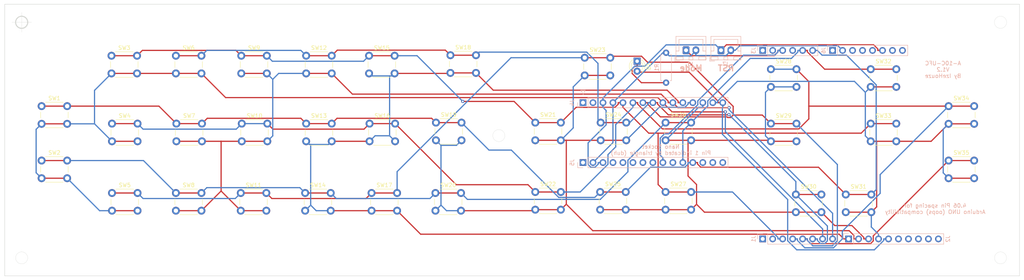
<source format=kicad_pcb>
(kicad_pcb (version 20171130) (host pcbnew "(5.1.4)-1")
  (title_block (title "A-10C UFC") (date 2019-08-02) (rev 1.2) (company IzeHouze))
  (layers (0 F.Cu signal) (31 B.Cu signal) (34 B.Paste user) (35 F.Paste user) (36 B.SilkS user) (37 F.SilkS user) (38 B.Mask user) (39 F.Mask user) (44 Edge.Cuts user))
  (net 0 "")
  (net 1 "Net-(D1-Pad1)")
  (net 2 /MastCaut)
  (net 3 /Row1)
  (net 4 /Row2)
  (net 5 /Row3)
  (net 6 /Row4)
  (net 7 /Row5)
  (net 8 /Row6)
  (net 9 /Col1)
  (net 10 /Col2)
  (net 11 /Col3)
  (net 12 /Col4)
  (net 13 /Col5)
  (net 14 /Col6)
  (net 15 "Net-(J2-Pad6)")
  (net 16 GND)
  (net 17 "Net-(J2-Pad8)")
  (net 18 "Net-(J2-Pad9)")
  (net 19 "Net-(J2-Pad10)")
  (net 20 "Net-(J3-Pad4)")
  (net 21 "Net-(J1-Pad1)")
  (net 22 "Net-(J1-Pad2)")
  (net 23 "Net-(J3-Pad1)")
  (net 24 "Net-(J3-Pad2)")
  (net 25 "Net-(J4-Pad2)")
  (net 26 "Net-(J4-Pad1)")
  (net 27 "Net-(J5-Pad1)")
  (net 28 "Net-(J5-Pad4)")
  (net 29 "Net-(J5-Pad5)")
  (net 30 "Net-(J5-Pad6)")
  (net 31 "Net-(J5-Pad7)")
  (net 32 "Net-(J5-Pad8)")
  (net 33 "Net-(J5-Pad10)")
  (net 34 "Net-(J5-Pad13)")
  (net 35 "Net-(J5-Pad14)")
  (net 36 "Net-(J5-Pad15)")
  (net 37 /RST)
  (net 38 "Net-(J6-Pad1)")
  (net 39 "Net-(J6-Pad4)")
  (net 40 "Net-(J6-Pad5)")
  (net 41 "Net-(J6-Pad7)")
  (net 42 "Net-(J6-Pad8)")
  (net 43 /Mode)
  (module Button_Switch_THT:SW_PUSH_6mm (layer F.Cu) (at 301.498 95.123)
    (fp_text reference SW35 (at 3.25 -2) (layer F.SilkS))
    (fp_text value SW_Push)
    (pad 1 thru_hole circle (at 6.5 0 90) (size 2 2) (drill 1.1) (layers *.Cu *.Mask) (net 7 /Row5))
    (pad 2 thru_hole circle (at 6.5 4.5 90) (size 2 2) (drill 1.1) (layers *.Cu *.Mask) (net 14 /Col6))
    (pad 1 thru_hole circle (at 0 0 90) (size 2 2) (drill 1.1) (layers *.Cu *.Mask) (net 7 /Row5))
    (pad 2 thru_hole circle (at 0 4.5 90) (size 2 2) (drill 1.1) (layers *.Cu *.Mask) (net 14 /Col6))
  )
  (module Button_Switch_THT:SW_PUSH_6mm (layer F.Cu) (at 301.498 81.28)
    (fp_text reference SW34 (at 3.25 -2) (layer F.SilkS))
    (fp_text value SW_Push)
    (pad 1 thru_hole circle (at 6.5 0 90) (size 2 2) (drill 1.1) (layers *.Cu *.Mask) (net 6 /Row4))
    (pad 2 thru_hole circle (at 6.5 4.5 90) (size 2 2) (drill 1.1) (layers *.Cu *.Mask) (net 14 /Col6))
    (pad 1 thru_hole circle (at 0 0 90) (size 2 2) (drill 1.1) (layers *.Cu *.Mask) (net 6 /Row4))
    (pad 2 thru_hole circle (at 0 4.5 90) (size 2 2) (drill 1.1) (layers *.Cu *.Mask) (net 14 /Col6))
  )
  (module Button_Switch_THT:SW_PUSH_6mm (layer F.Cu) (at 281.686 85.725)
    (fp_text reference SW33 (at 3.25 -2) (layer F.SilkS))
    (fp_text value SW_Push)
    (pad 1 thru_hole circle (at 6.5 0 90) (size 2 2) (drill 1.1) (layers *.Cu *.Mask) (net 5 /Row3))
    (pad 2 thru_hole circle (at 6.5 4.5 90) (size 2 2) (drill 1.1) (layers *.Cu *.Mask) (net 14 /Col6))
    (pad 1 thru_hole circle (at 0 0 90) (size 2 2) (drill 1.1) (layers *.Cu *.Mask) (net 5 /Row3))
    (pad 2 thru_hole circle (at 0 4.5 90) (size 2 2) (drill 1.1) (layers *.Cu *.Mask) (net 14 /Col6))
  )
  (module Button_Switch_THT:SW_PUSH_6mm (layer F.Cu) (at 281.686 71.882)
    (fp_text reference SW32 (at 3.25 -2) (layer F.SilkS))
    (fp_text value SW_Push)
    (pad 1 thru_hole circle (at 6.5 0 90) (size 2 2) (drill 1.1) (layers *.Cu *.Mask) (net 4 /Row2))
    (pad 2 thru_hole circle (at 6.5 4.5 90) (size 2 2) (drill 1.1) (layers *.Cu *.Mask) (net 14 /Col6))
    (pad 1 thru_hole circle (at 0 0 90) (size 2 2) (drill 1.1) (layers *.Cu *.Mask) (net 4 /Row2))
    (pad 2 thru_hole circle (at 0 4.5 90) (size 2 2) (drill 1.1) (layers *.Cu *.Mask) (net 14 /Col6))
  )
  (module Button_Switch_THT:SW_PUSH_6mm (layer F.Cu) (at 275.336 103.759)
    (fp_text reference SW31 (at 3.25 -2) (layer F.SilkS))
    (fp_text value SW_Push)
    (pad 1 thru_hole circle (at 6.5 0 90) (size 2 2) (drill 1.1) (layers *.Cu *.Mask) (net 3 /Row1))
    (pad 2 thru_hole circle (at 6.5 4.5 90) (size 2 2) (drill 1.1) (layers *.Cu *.Mask) (net 14 /Col6))
    (pad 1 thru_hole circle (at 0 0 90) (size 2 2) (drill 1.1) (layers *.Cu *.Mask) (net 3 /Row1))
    (pad 2 thru_hole circle (at 0 4.5 90) (size 2 2) (drill 1.1) (layers *.Cu *.Mask) (net 14 /Col6))
  )
  (module Button_Switch_THT:SW_PUSH_6mm (layer F.Cu) (at 262.636 103.759)
    (fp_text reference SW30 (at 3.25 -2) (layer F.SilkS))
    (fp_text value SW_Push)
    (pad 1 thru_hole circle (at 6.5 0 90) (size 2 2) (drill 1.1) (layers *.Cu *.Mask) (net 8 /Row6))
    (pad 2 thru_hole circle (at 6.5 4.5 90) (size 2 2) (drill 1.1) (layers *.Cu *.Mask) (net 13 /Col5))
    (pad 1 thru_hole circle (at 0 0 90) (size 2 2) (drill 1.1) (layers *.Cu *.Mask) (net 8 /Row6))
    (pad 2 thru_hole circle (at 0 4.5 90) (size 2 2) (drill 1.1) (layers *.Cu *.Mask) (net 13 /Col5))
  )
  (module Button_Switch_THT:SW_PUSH_6mm (layer F.Cu) (at 256.286 85.725)
    (fp_text reference SW29 (at 3.25 -2) (layer F.SilkS))
    (fp_text value SW_Push)
    (pad 1 thru_hole circle (at 6.5 0 90) (size 2 2) (drill 1.1) (layers *.Cu *.Mask) (net 7 /Row5))
    (pad 2 thru_hole circle (at 6.5 4.5 90) (size 2 2) (drill 1.1) (layers *.Cu *.Mask) (net 13 /Col5))
    (pad 1 thru_hole circle (at 0 0 90) (size 2 2) (drill 1.1) (layers *.Cu *.Mask) (net 7 /Row5))
    (pad 2 thru_hole circle (at 0 4.5 90) (size 2 2) (drill 1.1) (layers *.Cu *.Mask) (net 13 /Col5))
  )
  (module Button_Switch_THT:SW_PUSH_6mm (layer F.Cu) (at 256.286 71.882)
    (fp_text reference SW28 (at 3.25 -2) (layer F.SilkS))
    (fp_text value SW_Push)
    (pad 1 thru_hole circle (at 6.5 0 90) (size 2 2) (drill 1.1) (layers *.Cu *.Mask) (net 6 /Row4))
    (pad 2 thru_hole circle (at 6.5 4.5 90) (size 2 2) (drill 1.1) (layers *.Cu *.Mask) (net 13 /Col5))
    (pad 1 thru_hole circle (at 0 0 90) (size 2 2) (drill 1.1) (layers *.Cu *.Mask) (net 6 /Row4))
    (pad 2 thru_hole circle (at 0 4.5 90) (size 2 2) (drill 1.1) (layers *.Cu *.Mask) (net 13 /Col5))
  )
  (module Button_Switch_THT:SW_PUSH_6mm (layer F.Cu) (at 229.489 103.124)
    (fp_text reference SW27 (at 3.25 -2) (layer F.SilkS))
    (fp_text value SW_Push)
    (pad 1 thru_hole circle (at 6.5 0 90) (size 2 2) (drill 1.1) (layers *.Cu *.Mask) (net 5 /Row3))
    (pad 2 thru_hole circle (at 6.5 4.5 90) (size 2 2) (drill 1.1) (layers *.Cu *.Mask) (net 13 /Col5))
    (pad 1 thru_hole circle (at 0 0 90) (size 2 2) (drill 1.1) (layers *.Cu *.Mask) (net 5 /Row3))
    (pad 2 thru_hole circle (at 0 4.5 90) (size 2 2) (drill 1.1) (layers *.Cu *.Mask) (net 13 /Col5))
  )
  (module Button_Switch_THT:SW_PUSH_6mm (layer F.Cu) (at 229.489 85.471)
    (fp_text reference SW26 (at 3.25 -2) (layer F.SilkS))
    (fp_text value SW_Push)
    (pad 1 thru_hole circle (at 6.5 0 90) (size 2 2) (drill 1.1) (layers *.Cu *.Mask) (net 4 /Row2))
    (pad 2 thru_hole circle (at 6.5 4.5 90) (size 2 2) (drill 1.1) (layers *.Cu *.Mask) (net 13 /Col5))
    (pad 1 thru_hole circle (at 0 0 90) (size 2 2) (drill 1.1) (layers *.Cu *.Mask) (net 4 /Row2))
    (pad 2 thru_hole circle (at 0 4.5 90) (size 2 2) (drill 1.1) (layers *.Cu *.Mask) (net 13 /Col5))
  )
  (module Button_Switch_THT:SW_PUSH_6mm (layer F.Cu) (at 212.852 103.124)
    (fp_text reference SW25 (at 3.25 -2) (layer F.SilkS))
    (fp_text value SW_Push)
    (pad 1 thru_hole circle (at 6.5 0 90) (size 2 2) (drill 1.1) (layers *.Cu *.Mask) (net 3 /Row1))
    (pad 2 thru_hole circle (at 6.5 4.5 90) (size 2 2) (drill 1.1) (layers *.Cu *.Mask) (net 13 /Col5))
    (pad 1 thru_hole circle (at 0 0 90) (size 2 2) (drill 1.1) (layers *.Cu *.Mask) (net 3 /Row1))
    (pad 2 thru_hole circle (at 0 4.5 90) (size 2 2) (drill 1.1) (layers *.Cu *.Mask) (net 13 /Col5))
  )
  (module Button_Switch_THT:SW_PUSH_6mm (layer F.Cu) (at 212.979 85.471)
    (fp_text reference SW24 (at 3.25 -2) (layer F.SilkS))
    (fp_text value SW_Push)
    (pad 1 thru_hole circle (at 6.5 0 90) (size 2 2) (drill 1.1) (layers *.Cu *.Mask) (net 8 /Row6))
    (pad 2 thru_hole circle (at 6.5 4.5 90) (size 2 2) (drill 1.1) (layers *.Cu *.Mask) (net 12 /Col4))
    (pad 1 thru_hole circle (at 0 0 90) (size 2 2) (drill 1.1) (layers *.Cu *.Mask) (net 8 /Row6))
    (pad 2 thru_hole circle (at 0 4.5 90) (size 2 2) (drill 1.1) (layers *.Cu *.Mask) (net 12 /Col4))
  )
  (module Button_Switch_THT:SW_PUSH_6mm (layer F.Cu) (at 208.915 68.961)
    (fp_text reference SW23 (at 3.25 -2) (layer F.SilkS))
    (fp_text value SW_Push)
    (pad 1 thru_hole circle (at 6.5 0 90) (size 2 2) (drill 1.1) (layers *.Cu *.Mask) (net 7 /Row5))
    (pad 2 thru_hole circle (at 6.5 4.5 90) (size 2 2) (drill 1.1) (layers *.Cu *.Mask) (net 12 /Col4))
    (pad 1 thru_hole circle (at 0 0 90) (size 2 2) (drill 1.1) (layers *.Cu *.Mask) (net 7 /Row5))
    (pad 2 thru_hole circle (at 0 4.5 90) (size 2 2) (drill 1.1) (layers *.Cu *.Mask) (net 12 /Col4))
  )
  (module Button_Switch_THT:SW_PUSH_6mm (layer F.Cu) (at 196.342 103.124)
    (fp_text reference SW22 (at 3.25 -2) (layer F.SilkS))
    (fp_text value SW_Push)
    (pad 1 thru_hole circle (at 6.5 0 90) (size 2 2) (drill 1.1) (layers *.Cu *.Mask) (net 6 /Row4))
    (pad 2 thru_hole circle (at 6.5 4.5 90) (size 2 2) (drill 1.1) (layers *.Cu *.Mask) (net 12 /Col4))
    (pad 1 thru_hole circle (at 0 0 90) (size 2 2) (drill 1.1) (layers *.Cu *.Mask) (net 6 /Row4))
    (pad 2 thru_hole circle (at 0 4.5 90) (size 2 2) (drill 1.1) (layers *.Cu *.Mask) (net 12 /Col4))
  )
  (module Button_Switch_THT:SW_PUSH_6mm (layer F.Cu) (at 196.342 85.471)
    (fp_text reference SW21 (at 3.25 -2) (layer F.SilkS))
    (fp_text value SW_Push)
    (pad 1 thru_hole circle (at 6.5 0 90) (size 2 2) (drill 1.1) (layers *.Cu *.Mask) (net 5 /Row3))
    (pad 2 thru_hole circle (at 6.5 4.5 90) (size 2 2) (drill 1.1) (layers *.Cu *.Mask) (net 12 /Col4))
    (pad 1 thru_hole circle (at 0 0 90) (size 2 2) (drill 1.1) (layers *.Cu *.Mask) (net 5 /Row3))
    (pad 2 thru_hole circle (at 0 4.5 90) (size 2 2) (drill 1.1) (layers *.Cu *.Mask) (net 12 /Col4))
  )
  (module Button_Switch_THT:SW_PUSH_6mm (layer F.Cu) (at 170.942 103.378)
    (fp_text reference SW20 (at 3.25 -2) (layer F.SilkS))
    (fp_text value SW_Push)
    (pad 1 thru_hole circle (at 6.5 0 90) (size 2 2) (drill 1.1) (layers *.Cu *.Mask) (net 4 /Row2))
    (pad 2 thru_hole circle (at 6.5 4.5 90) (size 2 2) (drill 1.1) (layers *.Cu *.Mask) (net 12 /Col4))
    (pad 1 thru_hole circle (at 0 0 90) (size 2 2) (drill 1.1) (layers *.Cu *.Mask) (net 4 /Row2))
    (pad 2 thru_hole circle (at 0 4.5 90) (size 2 2) (drill 1.1) (layers *.Cu *.Mask) (net 12 /Col4))
  )
  (module Button_Switch_THT:SW_PUSH_6mm (layer F.Cu) (at 171.069 85.471)
    (fp_text reference SW19 (at 3.25 -2) (layer F.SilkS))
    (fp_text value SW_Push)
    (pad 1 thru_hole circle (at 6.5 0 90) (size 2 2) (drill 1.1) (layers *.Cu *.Mask) (net 3 /Row1))
    (pad 2 thru_hole circle (at 6.5 4.5 90) (size 2 2) (drill 1.1) (layers *.Cu *.Mask) (net 12 /Col4))
    (pad 1 thru_hole circle (at 0 0 90) (size 2 2) (drill 1.1) (layers *.Cu *.Mask) (net 3 /Row1))
    (pad 2 thru_hole circle (at 0 4.5 90) (size 2 2) (drill 1.1) (layers *.Cu *.Mask) (net 12 /Col4))
  )
  (module Button_Switch_THT:SW_PUSH_6mm (layer F.Cu) (at 174.752 68.326)
    (fp_text reference SW18 (at 3.25 -2) (layer F.SilkS))
    (fp_text value SW_Push)
    (pad 1 thru_hole circle (at 6.5 0 90) (size 2 2) (drill 1.1) (layers *.Cu *.Mask) (net 8 /Row6))
    (pad 2 thru_hole circle (at 6.5 4.5 90) (size 2 2) (drill 1.1) (layers *.Cu *.Mask) (net 11 /Col3))
    (pad 1 thru_hole circle (at 0 0 90) (size 2 2) (drill 1.1) (layers *.Cu *.Mask) (net 8 /Row6))
    (pad 2 thru_hole circle (at 0 4.5 90) (size 2 2) (drill 1.1) (layers *.Cu *.Mask) (net 11 /Col3))
  )
  (module Button_Switch_THT:SW_PUSH_6mm (layer F.Cu) (at 154.686 103.378)
    (fp_text reference SW17 (at 3.25 -2) (layer F.SilkS))
    (fp_text value SW_Push)
    (pad 1 thru_hole circle (at 6.5 0 90) (size 2 2) (drill 1.1) (layers *.Cu *.Mask) (net 7 /Row5))
    (pad 2 thru_hole circle (at 6.5 4.5 90) (size 2 2) (drill 1.1) (layers *.Cu *.Mask) (net 11 /Col3))
    (pad 1 thru_hole circle (at 0 0 90) (size 2 2) (drill 1.1) (layers *.Cu *.Mask) (net 7 /Row5))
    (pad 2 thru_hole circle (at 0 4.5 90) (size 2 2) (drill 1.1) (layers *.Cu *.Mask) (net 11 /Col3))
  )
  (module Button_Switch_THT:SW_PUSH_6mm (layer F.Cu) (at 154.178 85.725)
    (fp_text reference SW16 (at 3.25 -2) (layer F.SilkS))
    (fp_text value SW_Push)
    (pad 1 thru_hole circle (at 6.5 0 90) (size 2 2) (drill 1.1) (layers *.Cu *.Mask) (net 6 /Row4))
    (pad 2 thru_hole circle (at 6.5 4.5 90) (size 2 2) (drill 1.1) (layers *.Cu *.Mask) (net 11 /Col3))
    (pad 1 thru_hole circle (at 0 0 90) (size 2 2) (drill 1.1) (layers *.Cu *.Mask) (net 6 /Row4))
    (pad 2 thru_hole circle (at 0 4.5 90) (size 2 2) (drill 1.1) (layers *.Cu *.Mask) (net 11 /Col3))
  )
  (module Button_Switch_THT:SW_PUSH_6mm (layer F.Cu) (at 154.051 68.453)
    (fp_text reference SW15 (at 3.25 -2) (layer F.SilkS))
    (fp_text value SW_Push)
    (pad 1 thru_hole circle (at 6.5 0 90) (size 2 2) (drill 1.1) (layers *.Cu *.Mask) (net 5 /Row3))
    (pad 2 thru_hole circle (at 6.5 4.5 90) (size 2 2) (drill 1.1) (layers *.Cu *.Mask) (net 11 /Col3))
    (pad 1 thru_hole circle (at 0 0 90) (size 2 2) (drill 1.1) (layers *.Cu *.Mask) (net 5 /Row3))
    (pad 2 thru_hole circle (at 0 4.5 90) (size 2 2) (drill 1.1) (layers *.Cu *.Mask) (net 11 /Col3))
  )
  (module Button_Switch_THT:SW_PUSH_6mm (layer F.Cu) (at 137.795 103.378)
    (fp_text reference SW14 (at 3.25 -2) (layer F.SilkS))
    (fp_text value SW_Push)
    (pad 1 thru_hole circle (at 6.5 0 90) (size 2 2) (drill 1.1) (layers *.Cu *.Mask) (net 4 /Row2))
    (pad 2 thru_hole circle (at 6.5 4.5 90) (size 2 2) (drill 1.1) (layers *.Cu *.Mask) (net 11 /Col3))
    (pad 1 thru_hole circle (at 0 0 90) (size 2 2) (drill 1.1) (layers *.Cu *.Mask) (net 4 /Row2))
    (pad 2 thru_hole circle (at 0 4.5 90) (size 2 2) (drill 1.1) (layers *.Cu *.Mask) (net 11 /Col3))
  )
  (module Button_Switch_THT:SW_PUSH_6mm (layer F.Cu) (at 138.049 85.725)
    (fp_text reference SW13 (at 3.25 -2) (layer F.SilkS))
    (fp_text value SW_Push)
    (pad 1 thru_hole circle (at 6.5 0 90) (size 2 2) (drill 1.1) (layers *.Cu *.Mask) (net 3 /Row1))
    (pad 2 thru_hole circle (at 6.5 4.5 90) (size 2 2) (drill 1.1) (layers *.Cu *.Mask) (net 11 /Col3))
    (pad 1 thru_hole circle (at 0 0 90) (size 2 2) (drill 1.1) (layers *.Cu *.Mask) (net 3 /Row1))
    (pad 2 thru_hole circle (at 0 4.5 90) (size 2 2) (drill 1.1) (layers *.Cu *.Mask) (net 11 /Col3))
  )
  (module Button_Switch_THT:SW_PUSH_6mm (layer F.Cu) (at 138.049 68.453)
    (fp_text reference SW12 (at 3.25 -2) (layer F.SilkS))
    (fp_text value SW_Push)
    (pad 1 thru_hole circle (at 6.5 0 90) (size 2 2) (drill 1.1) (layers *.Cu *.Mask) (net 8 /Row6))
    (pad 2 thru_hole circle (at 6.5 4.5 90) (size 2 2) (drill 1.1) (layers *.Cu *.Mask) (net 10 /Col2))
    (pad 1 thru_hole circle (at 0 0 90) (size 2 2) (drill 1.1) (layers *.Cu *.Mask) (net 8 /Row6))
    (pad 2 thru_hole circle (at 0 4.5 90) (size 2 2) (drill 1.1) (layers *.Cu *.Mask) (net 10 /Col2))
  )
  (module Button_Switch_THT:SW_PUSH_6mm (layer F.Cu) (at 121.412 103.378)
    (fp_text reference SW11 (at 3.25 -2) (layer F.SilkS))
    (fp_text value SW_Push)
    (pad 1 thru_hole circle (at 6.5 0 90) (size 2 2) (drill 1.1) (layers *.Cu *.Mask) (net 7 /Row5))
    (pad 2 thru_hole circle (at 6.5 4.5 90) (size 2 2) (drill 1.1) (layers *.Cu *.Mask) (net 10 /Col2))
    (pad 1 thru_hole circle (at 0 0 90) (size 2 2) (drill 1.1) (layers *.Cu *.Mask) (net 7 /Row5))
    (pad 2 thru_hole circle (at 0 4.5 90) (size 2 2) (drill 1.1) (layers *.Cu *.Mask) (net 10 /Col2))
  )
  (module Button_Switch_THT:SW_PUSH_6mm (layer F.Cu) (at 121.666 85.725)
    (fp_text reference SW10 (at 3.25 -2) (layer F.SilkS))
    (fp_text value SW_Push)
    (pad 1 thru_hole circle (at 6.5 0 90) (size 2 2) (drill 1.1) (layers *.Cu *.Mask) (net 6 /Row4))
    (pad 2 thru_hole circle (at 6.5 4.5 90) (size 2 2) (drill 1.1) (layers *.Cu *.Mask) (net 10 /Col2))
    (pad 1 thru_hole circle (at 0 0 90) (size 2 2) (drill 1.1) (layers *.Cu *.Mask) (net 6 /Row4))
    (pad 2 thru_hole circle (at 0 4.5 90) (size 2 2) (drill 1.1) (layers *.Cu *.Mask) (net 10 /Col2))
  )
  (module Button_Switch_THT:SW_PUSH_6mm (layer F.Cu) (at 121.539 68.453)
    (fp_text reference SW9 (at 3.25 -2) (layer F.SilkS))
    (fp_text value SW_Push)
    (pad 1 thru_hole circle (at 6.5 0 90) (size 2 2) (drill 1.1) (layers *.Cu *.Mask) (net 5 /Row3))
    (pad 2 thru_hole circle (at 6.5 4.5 90) (size 2 2) (drill 1.1) (layers *.Cu *.Mask) (net 10 /Col2))
    (pad 1 thru_hole circle (at 0 0 90) (size 2 2) (drill 1.1) (layers *.Cu *.Mask) (net 5 /Row3))
    (pad 2 thru_hole circle (at 0 4.5 90) (size 2 2) (drill 1.1) (layers *.Cu *.Mask) (net 10 /Col2))
  )
  (module Button_Switch_THT:SW_PUSH_6mm (layer F.Cu) (at 104.902 103.378)
    (fp_text reference SW8 (at 3.25 -2) (layer F.SilkS))
    (fp_text value SW_Push)
    (pad 1 thru_hole circle (at 6.5 0 90) (size 2 2) (drill 1.1) (layers *.Cu *.Mask) (net 4 /Row2))
    (pad 2 thru_hole circle (at 6.5 4.5 90) (size 2 2) (drill 1.1) (layers *.Cu *.Mask) (net 10 /Col2))
    (pad 1 thru_hole circle (at 0 0 90) (size 2 2) (drill 1.1) (layers *.Cu *.Mask) (net 4 /Row2))
    (pad 2 thru_hole circle (at 0 4.5 90) (size 2 2) (drill 1.1) (layers *.Cu *.Mask) (net 10 /Col2))
  )
  (module Button_Switch_THT:SW_PUSH_6mm (layer F.Cu) (at 105.029 85.725)
    (fp_text reference SW7 (at 3.25 -2) (layer F.SilkS))
    (fp_text value SW_Push)
    (pad 1 thru_hole circle (at 6.5 0 90) (size 2 2) (drill 1.1) (layers *.Cu *.Mask) (net 3 /Row1))
    (pad 2 thru_hole circle (at 6.5 4.5 90) (size 2 2) (drill 1.1) (layers *.Cu *.Mask) (net 10 /Col2))
    (pad 1 thru_hole circle (at 0 0 90) (size 2 2) (drill 1.1) (layers *.Cu *.Mask) (net 3 /Row1))
    (pad 2 thru_hole circle (at 0 4.5 90) (size 2 2) (drill 1.1) (layers *.Cu *.Mask) (net 10 /Col2))
  )
  (module Button_Switch_THT:SW_PUSH_6mm (layer F.Cu) (at 104.902 68.453)
    (fp_text reference SW6 (at 3.25 -2) (layer F.SilkS))
    (fp_text value SW_Push)
    (pad 1 thru_hole circle (at 6.5 0 90) (size 2 2) (drill 1.1) (layers *.Cu *.Mask) (net 8 /Row6))
    (pad 2 thru_hole circle (at 6.5 4.5 90) (size 2 2) (drill 1.1) (layers *.Cu *.Mask) (net 9 /Col1))
    (pad 1 thru_hole circle (at 0 0 90) (size 2 2) (drill 1.1) (layers *.Cu *.Mask) (net 8 /Row6))
    (pad 2 thru_hole circle (at 0 4.5 90) (size 2 2) (drill 1.1) (layers *.Cu *.Mask) (net 9 /Col1))
  )
  (module Button_Switch_THT:SW_PUSH_6mm (layer F.Cu) (at 88.646 103.378)
    (fp_text reference SW5 (at 3.25 -2) (layer F.SilkS))
    (fp_text value SW_Push)
    (pad 1 thru_hole circle (at 6.5 0 90) (size 2 2) (drill 1.1) (layers *.Cu *.Mask) (net 7 /Row5))
    (pad 2 thru_hole circle (at 6.5 4.5 90) (size 2 2) (drill 1.1) (layers *.Cu *.Mask) (net 9 /Col1))
    (pad 1 thru_hole circle (at 0 0 90) (size 2 2) (drill 1.1) (layers *.Cu *.Mask) (net 7 /Row5))
    (pad 2 thru_hole circle (at 0 4.5 90) (size 2 2) (drill 1.1) (layers *.Cu *.Mask) (net 9 /Col1))
  )
  (module Button_Switch_THT:SW_PUSH_6mm (layer F.Cu) (at 88.646 85.725)
    (fp_text reference SW4 (at 3.25 -2) (layer F.SilkS))
    (fp_text value SW_Push)
    (pad 1 thru_hole circle (at 6.5 0 90) (size 2 2) (drill 1.1) (layers *.Cu *.Mask) (net 6 /Row4))
    (pad 2 thru_hole circle (at 6.5 4.5 90) (size 2 2) (drill 1.1) (layers *.Cu *.Mask) (net 9 /Col1))
    (pad 1 thru_hole circle (at 0 0 90) (size 2 2) (drill 1.1) (layers *.Cu *.Mask) (net 6 /Row4))
    (pad 2 thru_hole circle (at 0 4.5 90) (size 2 2) (drill 1.1) (layers *.Cu *.Mask) (net 9 /Col1))
  )
  (module Button_Switch_THT:SW_PUSH_6mm (layer F.Cu) (at 88.519 68.453)
    (fp_text reference SW3 (at 3.25 -2) (layer F.SilkS))
    (fp_text value SW_Push)
    (pad 1 thru_hole circle (at 6.5 0 90) (size 2 2) (drill 1.1) (layers *.Cu *.Mask) (net 5 /Row3))
    (pad 2 thru_hole circle (at 6.5 4.5 90) (size 2 2) (drill 1.1) (layers *.Cu *.Mask) (net 9 /Col1))
    (pad 1 thru_hole circle (at 0 0 90) (size 2 2) (drill 1.1) (layers *.Cu *.Mask) (net 5 /Row3))
    (pad 2 thru_hole circle (at 0 4.5 90) (size 2 2) (drill 1.1) (layers *.Cu *.Mask) (net 9 /Col1))
  )
  (module Button_Switch_THT:SW_PUSH_6mm (layer F.Cu) (at 70.739 95.123)
    (fp_text reference SW2 (at 3.25 -2) (layer F.SilkS))
    (fp_text value SW_Push)
    (pad 1 thru_hole circle (at 6.5 0 90) (size 2 2) (drill 1.1) (layers *.Cu *.Mask) (net 4 /Row2))
    (pad 2 thru_hole circle (at 6.5 4.5 90) (size 2 2) (drill 1.1) (layers *.Cu *.Mask) (net 9 /Col1))
    (pad 1 thru_hole circle (at 0 0 90) (size 2 2) (drill 1.1) (layers *.Cu *.Mask) (net 4 /Row2))
    (pad 2 thru_hole circle (at 0 4.5 90) (size 2 2) (drill 1.1) (layers *.Cu *.Mask) (net 9 /Col1))
  )
  (module Button_Switch_THT:SW_PUSH_6mm (layer F.Cu) (at 70.739 81.28)
    (fp_text reference SW1 (at 3.25 -2) (layer F.SilkS))
    (fp_text value SW_Push)
    (pad 1 thru_hole circle (at 6.5 0 90) (size 2 2) (drill 1.1) (layers *.Cu *.Mask) (net 3 /Row1))
    (pad 2 thru_hole circle (at 6.5 4.5 90) (size 2 2) (drill 1.1) (layers *.Cu *.Mask) (net 9 /Col1))
    (pad 1 thru_hole circle (at 0 0 90) (size 2 2) (drill 1.1) (layers *.Cu *.Mask) (net 3 /Row1))
    (pad 2 thru_hole circle (at 0 4.5 90) (size 2 2) (drill 1.1) (layers *.Cu *.Mask) (net 9 /Col1))
  )
  (module LED_THT:LED_D3.0mm (layer F.Cu) (at 222.25 69.85 270)
    (fp_text reference D1 (at 1.27 -2.96 90) (layer F.SilkS))
    (fp_text value LED)
    (pad 1 thru_hole rect (at 0 0 270) (size 1.8 1.8) (drill 0.9) (layers *.Cu *.Mask) (net 1 "Net-(D1-Pad1)"))
    (pad 2 thru_hole circle (at 2.54 0 270) (size 1.8 1.8) (drill 0.9) (layers *.Cu *.Mask) (net 2 /MastCaut))
  )
  (module Connector_PinHeader_2.54mm:PinHeader_1x10_P2.54mm_Vertical (layer B.Cu) (at 276.047 115.062 270)
    (fp_text reference J2 (at 0 -25.277 270) (layer B.SilkS) (effects (justify mirror)))
    (fp_text value Conn_01x10_MountingPin hide)
    (pad 1 thru_hole rect (at 0 0 270) (size 1.7 1.7) (drill 1) (layers *.Cu *.Mask) (net 11 /Col3))
    (pad 2 thru_hole oval (at 0 -2.54 270) (size 1.7 1.7) (drill 1) (layers *.Cu *.Mask) (net 12 /Col4))
    (pad 3 thru_hole oval (at 0 -5.08 270) (size 1.7 1.7) (drill 1) (layers *.Cu *.Mask) (net 13 /Col5))
    (pad 4 thru_hole oval (at 0 -7.62 270) (size 1.7 1.7) (drill 1) (layers *.Cu *.Mask) (net 14 /Col6))
    (pad 5 thru_hole oval (at 0 -10.16 270) (size 1.7 1.7) (drill 1) (layers *.Cu *.Mask) (net 2 /MastCaut))
    (pad 6 thru_hole oval (at 0 -12.7 270) (size 1.7 1.7) (drill 1) (layers *.Cu *.Mask) (net 15 "Net-(J2-Pad6)"))
    (pad 7 thru_hole oval (at 0 -15.24 270) (size 1.7 1.7) (drill 1) (layers *.Cu *.Mask) (net 16 GND))
    (pad 8 thru_hole oval (at 0 -17.78 270) (size 1.7 1.7) (drill 1) (layers *.Cu *.Mask) (net 17 "Net-(J2-Pad8)"))
    (pad 9 thru_hole oval (at 0 -20.32 270) (size 1.7 1.7) (drill 1) (layers *.Cu *.Mask) (net 18 "Net-(J2-Pad9)"))
    (pad 10 thru_hole oval (at 0 -22.86 270) (size 1.7 1.7) (drill 1) (layers *.Cu *.Mask) (net 19 "Net-(J2-Pad10)"))
  )
  (module Connector_PinHeader_2.54mm:PinHeader_1x06_P2.54mm_Vertical (layer B.Cu) (at 254.203 67.1068 270)
    (fp_text reference J3 (at 0 2.33 270) (layer B.SilkS) (effects (justify mirror)))
    (fp_text value Conn_01x06_MountingPin hide)
    (pad 1 thru_hole rect (at 0 0 270) (size 1.7 1.7) (drill 1) (layers *.Cu *.Mask) (net 23 "Net-(J3-Pad1)"))
    (pad 2 thru_hole oval (at 0 -2.54 270) (size 1.7 1.7) (drill 1) (layers *.Cu *.Mask) (net 24 "Net-(J3-Pad2)"))
    (pad 3 thru_hole oval (at 0 -5.08 270) (size 1.7 1.7) (drill 1) (layers *.Cu *.Mask) (net 43 /Mode))
    (pad 4 thru_hole oval (at 0 -7.62 270) (size 1.7 1.7) (drill 1) (layers *.Cu *.Mask) (net 20 "Net-(J3-Pad4)"))
    (pad 5 thru_hole oval (at 0 -10.16 270) (size 1.7 1.7) (drill 1) (layers *.Cu *.Mask) (net 4 /Row2))
    (pad 6 thru_hole oval (at 0 -12.7 270) (size 1.7 1.7) (drill 1) (layers *.Cu *.Mask) (net 3 /Row1))
  )
  (module Resistor_THT:R_Axial_DIN0207_L6.3mm_D2.5mm_P7.62mm_Horizontal (layer B.Cu) (at 229.616 67.691 270)
    (fp_text reference R1 (at 3.81 2.37 90) (layer B.SilkS) (effects (justify mirror)))
    (fp_text value R)
    (pad 1 thru_hole circle (at 0 0 270) (size 1.6 1.6) (drill 0.8) (layers *.Cu *.Mask) (net 16 GND))
    (pad 2 thru_hole oval (at 7.62 0 270) (size 1.6 1.6) (drill 0.8) (layers *.Cu *.Mask) (net 1 "Net-(D1-Pad1)"))
  )
  (module Connector_PinHeader_2.54mm:PinHeader_1x08_P2.54mm_Vertical (layer B.Cu) (at 254.203 115.062 270)
    (fp_text reference J1 (at 0 2.33 270) (layer B.SilkS) (effects (justify mirror)))
    (fp_text value Conn_01x08_MountingPin hide)
    (pad 1 thru_hole rect (at 0 0 270) (size 1.7 1.7) (drill 1) (layers *.Cu *.Mask) (net 21 "Net-(J1-Pad1)"))
    (pad 2 thru_hole oval (at 0 -2.54 270) (size 1.7 1.7) (drill 1) (layers *.Cu *.Mask) (net 22 "Net-(J1-Pad2)"))
    (pad 3 thru_hole oval (at 0 -5.08 270) (size 1.7 1.7) (drill 1) (layers *.Cu *.Mask) (net 5 /Row3))
    (pad 4 thru_hole oval (at 0 -7.62 270) (size 1.7 1.7) (drill 1) (layers *.Cu *.Mask) (net 6 /Row4))
    (pad 5 thru_hole oval (at 0 -10.16 270) (size 1.7 1.7) (drill 1) (layers *.Cu *.Mask) (net 7 /Row5))
    (pad 6 thru_hole oval (at 0 -12.7 270) (size 1.7 1.7) (drill 1) (layers *.Cu *.Mask) (net 8 /Row6))
    (pad 7 thru_hole oval (at 0 -15.24 270) (size 1.7 1.7) (drill 1) (layers *.Cu *.Mask) (net 9 /Col1))
    (pad 8 thru_hole oval (at 0 -17.78 270) (size 1.7 1.7) (drill 1) (layers *.Cu *.Mask) (net 10 /Col2))
  )
  (module Connector_PinSocket_2.54mm:PinSocket_1x15_P2.54mm_Vertical (layer B.Cu) (at 208.483 80.391 270)
    (fp_text reference J4 (at 0 2.77 270) (layer B.SilkS) (effects (justify mirror)))
    (fp_text value Conn_01x15_Female hide)
    (pad 15 thru_hole oval (at 0 -35.56 270) (size 1.7 1.7) (drill 1) (layers *.Cu *.Mask) (net 2 /MastCaut))
    (pad 14 thru_hole oval (at 0 -33.02 270) (size 1.7 1.7) (drill 1) (layers *.Cu *.Mask) (net 14 /Col6))
    (pad 13 thru_hole oval (at 0 -30.48 270) (size 1.7 1.7) (drill 1) (layers *.Cu *.Mask) (net 13 /Col5))
    (pad 12 thru_hole oval (at 0 -27.94 270) (size 1.7 1.7) (drill 1) (layers *.Cu *.Mask) (net 12 /Col4))
    (pad 11 thru_hole oval (at 0 -25.4 270) (size 1.7 1.7) (drill 1) (layers *.Cu *.Mask) (net 11 /Col3))
    (pad 10 thru_hole oval (at 0 -22.86 270) (size 1.7 1.7) (drill 1) (layers *.Cu *.Mask) (net 10 /Col2))
    (pad 9 thru_hole oval (at 0 -20.32 270) (size 1.7 1.7) (drill 1) (layers *.Cu *.Mask) (net 9 /Col1))
    (pad 8 thru_hole oval (at 0 -17.78 270) (size 1.7 1.7) (drill 1) (layers *.Cu *.Mask) (net 8 /Row6))
    (pad 7 thru_hole oval (at 0 -15.24 270) (size 1.7 1.7) (drill 1) (layers *.Cu *.Mask) (net 7 /Row5))
    (pad 6 thru_hole oval (at 0 -12.7 270) (size 1.7 1.7) (drill 1) (layers *.Cu *.Mask) (net 6 /Row4))
    (pad 5 thru_hole oval (at 0 -10.16 270) (size 1.7 1.7) (drill 1) (layers *.Cu *.Mask) (net 5 /Row3))
    (pad 4 thru_hole oval (at 0 -7.62 270) (size 1.7 1.7) (drill 1) (layers *.Cu *.Mask) (net 16 GND))
    (pad 3 thru_hole oval (at 0 -5.08 270) (size 1.7 1.7) (drill 1) (layers *.Cu *.Mask) (net 37 /RST))
    (pad 2 thru_hole oval (at 0 -2.54 270) (size 1.7 1.7) (drill 1) (layers *.Cu *.Mask) (net 25 "Net-(J4-Pad2)"))
    (pad 1 thru_hole rect (at 0 0 270) (size 1.7 1.7) (drill 1) (layers *.Cu *.Mask) (net 26 "Net-(J4-Pad1)"))
  )
  (module Connector_PinSocket_2.54mm:PinSocket_1x15_P2.54mm_Vertical (layer B.Cu) (at 208.483 95.631 270)
    (fp_text reference J5 (at 0 2.77 270) (layer B.SilkS) (effects (justify mirror)))
    (fp_text value Conn_01x15_Female hide)
    (pad 1 thru_hole rect (at 0 0 270) (size 1.7 1.7) (drill 1) (layers *.Cu *.Mask) (net 27 "Net-(J5-Pad1)"))
    (pad 2 thru_hole oval (at 0 -2.54 270) (size 1.7 1.7) (drill 1) (layers *.Cu *.Mask) (net 16 GND))
    (pad 3 thru_hole oval (at 0 -5.08 270) (size 1.7 1.7) (drill 1) (layers *.Cu *.Mask) (net 37 /RST))
    (pad 4 thru_hole oval (at 0 -7.62 270) (size 1.7 1.7) (drill 1) (layers *.Cu *.Mask) (net 28 "Net-(J5-Pad4)"))
    (pad 5 thru_hole oval (at 0 -10.16 270) (size 1.7 1.7) (drill 1) (layers *.Cu *.Mask) (net 29 "Net-(J5-Pad5)"))
    (pad 6 thru_hole oval (at 0 -12.7 270) (size 1.7 1.7) (drill 1) (layers *.Cu *.Mask) (net 30 "Net-(J5-Pad6)"))
    (pad 7 thru_hole oval (at 0 -15.24 270) (size 1.7 1.7) (drill 1) (layers *.Cu *.Mask) (net 31 "Net-(J5-Pad7)"))
    (pad 8 thru_hole oval (at 0 -17.78 270) (size 1.7 1.7) (drill 1) (layers *.Cu *.Mask) (net 32 "Net-(J5-Pad8)"))
    (pad 9 thru_hole oval (at 0 -20.32 270) (size 1.7 1.7) (drill 1) (layers *.Cu *.Mask) (net 43 /Mode))
    (pad 10 thru_hole oval (at 0 -22.86 270) (size 1.7 1.7) (drill 1) (layers *.Cu *.Mask) (net 33 "Net-(J5-Pad10)"))
    (pad 11 thru_hole oval (at 0 -25.4 270) (size 1.7 1.7) (drill 1) (layers *.Cu *.Mask) (net 4 /Row2))
    (pad 12 thru_hole oval (at 0 -27.94 270) (size 1.7 1.7) (drill 1) (layers *.Cu *.Mask) (net 3 /Row1))
    (pad 13 thru_hole oval (at 0 -30.48 270) (size 1.7 1.7) (drill 1) (layers *.Cu *.Mask) (net 34 "Net-(J5-Pad13)"))
    (pad 14 thru_hole oval (at 0 -33.02 270) (size 1.7 1.7) (drill 1) (layers *.Cu *.Mask) (net 35 "Net-(J5-Pad14)"))
    (pad 15 thru_hole oval (at 0 -35.56 270) (size 1.7 1.7) (drill 1) (layers *.Cu *.Mask) (net 36 "Net-(J5-Pad15)"))
  )
  (module Connector_PinHeader_2.54mm:PinHeader_1x08_P2.54mm_Vertical (layer B.Cu) (at 271.983 67.1068 270)
    (fp_text reference J6 (at 0 2.33 270) (layer B.SilkS) (effects (justify mirror)))
    (fp_text value Conn_01x08_MountingPin hide)
    (pad 1 thru_hole rect (at 0 0 270) (size 1.7 1.7) (drill 1) (layers *.Cu *.Mask) (net 38 "Net-(J6-Pad1)"))
    (pad 2 thru_hole oval (at 0 -2.54 270) (size 1.7 1.7) (drill 1) (layers *.Cu *.Mask) (net 16 GND))
    (pad 3 thru_hole oval (at 0 -5.08 270) (size 1.7 1.7) (drill 1) (layers *.Cu *.Mask) (net 16 GND))
    (pad 4 thru_hole oval (at 0 -7.62 270) (size 1.7 1.7) (drill 1) (layers *.Cu *.Mask) (net 39 "Net-(J6-Pad4)"))
    (pad 5 thru_hole oval (at 0 -10.16 270) (size 1.7 1.7) (drill 1) (layers *.Cu *.Mask) (net 40 "Net-(J6-Pad5)"))
    (pad 6 thru_hole oval (at 0 -12.7 270) (size 1.7 1.7) (drill 1) (layers *.Cu *.Mask) (net 37 /RST))
    (pad 7 thru_hole oval (at 0 -15.24 270) (size 1.7 1.7) (drill 1) (layers *.Cu *.Mask) (net 41 "Net-(J6-Pad7)"))
    (pad 8 thru_hole oval (at 0 -17.78 270) (size 1.7 1.7) (drill 1) (layers *.Cu *.Mask) (net 42 "Net-(J6-Pad8)"))
  )
  (module Connector_JST:JST_XH_B02B-XH-A_1x02_P2.50mm_Vertical (layer B.Cu) (at 243.586 67.056)
    (fp_text reference J7 (at 1.25 3.55) (layer B.SilkS) (effects (justify mirror)))
    (fp_text value Conn_01x02 hide)
    (pad 1 thru_hole roundrect (at 0 0) (size 1.7 2) (drill 1) (layers *.Cu *.Mask) (roundrect_rratio 0.147059) (net 37 /RST))
    (pad 2 thru_hole oval (at 2.5 0) (size 1.7 2) (drill 1) (layers *.Cu *.Mask) (net 16 GND))
  )
  (module Connector_JST:JST_XH_B02B-XH-A_1x02_P2.50mm_Vertical (layer B.Cu) (at 234.696 67.056)
    (fp_text reference J8 (at 1.25 3.55) (layer B.SilkS) (effects (justify mirror)))
    (fp_text value Conn_01x02 hide)
    (pad 2 thru_hole oval (at 2.5 0) (size 1.7 2) (drill 1) (layers *.Cu *.Mask) (net 16 GND))
    (pad 1 thru_hole roundrect (at 0 0) (size 1.7 2) (drill 1) (layers *.Cu *.Mask) (roundrect_rratio 0.147059) (net 43 /Mode))
  )
  (gr_text "Nano Socket\nPin 1 indicated by triangle (duh)" (at 228.2952 92.4052) (layer B.SilkS) (effects (font (size 1 1)) (justify mirror)))
  (gr_line (start 209.042 77.2414) (end 208.534 78.2574) (layer B.SilkS) (width 0.12))
  (gr_line (start 207.899 77.2414) (end 209.042 77.2414) (layer B.SilkS) (width 0.12))
  (gr_line (start 208.534 78.2574) (end 207.899 77.2414) (layer B.SilkS) (width 0.12))
  (gr_text Mode (at 235.966 71.628) (layer B.SilkS) (effects (font (size 1.5 1.5) (thickness 0.3)) (justify mirror)))
  (gr_text RST (at 244.856 71.628) (layer B.SilkS) (effects (font (size 1.5 1.5) (thickness 0.3)) (justify mirror)))
  (gr_circle (center 65.659 59.944) (end 67.175627 59.944) (layer Edge.Cuts) (width 0.2))
  (gr_circle (center 65.659 119.888) (end 67.056 119.253) (layer Edge.Cuts) (width 0.05))
  (gr_circle (center 314.706 59.944) (end 315.976 59.055) (layer Edge.Cuts) (width 0.05))
  (target plus (at 65.688544 59.968559) (size 5) (width 0.05) (layer Edge.Cuts))
  (gr_text "4.06 Pin spacing for\nArduino UNO (oops) compatibility" (at 298.0944 107.3912) (layer B.SilkS) (effects (font (size 1 1)) (justify mirror)))
  (gr_text "A-10C-UFC\nV1.2\nBy IzeHouze" (at 300.0756 71.9836) (layer B.SilkS) (effects (font (size 1 1)) (justify mirror)))
  (gr_line (start 61.341 55.372) (end 319.532 55.372) (layer Edge.Cuts) (width 0.1))
  (gr_line (start 61.341 124.46) (end 61.341 55.372) (layer Edge.Cuts) (width 0.1))
  (gr_line (start 319.532 124.46) (end 61.341 124.46) (layer Edge.Cuts) (width 0.1))
  (gr_line (start 319.532 55.372) (end 319.532 124.46) (layer Edge.Cuts) (width 0.1))
  (gr_circle (center 187.060454 88.773) (end 188.457454 88.138) (layer Edge.Cuts) (width 0.05))
  (gr_circle (center 314.706 119.888) (end 315.849 118.872) (layer Edge.Cuts) (width 0.05))
  (segment (start 229.616 75.311) (end 223.3318 75.311) (width 0.3) (layer F.Cu) (net 1))
  (segment (start 223.3318 75.311) (end 220.9997 72.9789) (width 0.3) (layer F.Cu) (net 1))
  (segment (start 220.9997 72.9789) (end 220.9997 71.8035) (width 0.3) (layer F.Cu) (net 1))
  (segment (start 220.9997 71.8035) (end 221.7029 71.1003) (width 0.3) (layer F.Cu) (net 1))
  (segment (start 221.7029 71.1003) (end 222.25 71.1003) (width 0.3) (layer F.Cu) (net 1))
  (segment (start 222.25 69.85) (end 222.25 71.1003) (width 0.3) (layer F.Cu) (net 1))
  (segment (start 244.043 81.5913) (end 243.9442 81.6901) (width 0.3) (layer B.Cu) (net 2))
  (segment (start 243.9442 81.6901) (end 243.9442 88.4296) (width 0.3) (layer B.Cu) (net 2))
  (segment (start 243.9442 88.4296) (end 260.553 105.0384) (width 0.3) (layer B.Cu) (net 2))
  (segment (start 260.553 105.0384) (end 260.553 115.5369) (width 0.3) (layer B.Cu) (net 2))
  (segment (start 260.553 115.5369) (end 262.849 117.8329) (width 0.3) (layer B.Cu) (net 2))
  (segment (start 262.849 117.8329) (end 282.6109 117.8329) (width 0.3) (layer B.Cu) (net 2))
  (segment (start 282.6109 117.8329) (end 285.0067 115.4371) (width 0.3) (layer B.Cu) (net 2))
  (segment (start 285.0067 115.4371) (end 285.0067 115.062) (width 0.3) (layer B.Cu) (net 2))
  (segment (start 244.043 80.391) (end 242.8427 80.391) (width 0.3) (layer F.Cu) (net 2))
  (segment (start 242.8427 80.391) (end 242.8427 80.0159) (width 0.3) (layer F.Cu) (net 2))
  (segment (start 242.8427 80.0159) (end 235.472 72.6452) (width 0.3) (layer F.Cu) (net 2))
  (segment (start 235.472 72.6452) (end 222.5051 72.6452) (width 0.3) (layer F.Cu) (net 2))
  (segment (start 222.5051 72.6452) (end 222.5051 72.6451) (width 0.3) (layer F.Cu) (net 2))
  (segment (start 222.5051 72.6451) (end 222.25 72.39) (width 0.3) (layer F.Cu) (net 2))
  (segment (start 244.043 80.391) (end 244.043 81.5913) (width 0.3) (layer B.Cu) (net 2))
  (segment (start 286.207 115.062) (end 285.0067 115.062) (width 0.3) (layer B.Cu) (net 2))
  (segment (start 138.049 85.725) (end 136.6971 84.3731) (width 0.3) (layer F.Cu) (net 3))
  (segment (start 136.6971 84.3731) (end 112.8809 84.3731) (width 0.3) (layer F.Cu) (net 3))
  (segment (start 112.8809 84.3731) (end 111.529 85.725) (width 0.3) (layer F.Cu) (net 3))
  (segment (start 144.549 85.725) (end 138.049 85.725) (width 0.3) (layer F.Cu) (net 3))
  (segment (start 268.1033 67.1068) (end 269.3036 68.3071) (width 0.3) (layer B.Cu) (net 3))
  (segment (start 269.3036 68.3071) (end 275.5226 68.3071) (width 0.3) (layer B.Cu) (net 3))
  (segment (start 275.5226 68.3071) (end 283.0701 75.8546) (width 0.3) (layer B.Cu) (net 3))
  (segment (start 283.0701 75.8546) (end 283.0701 102.5249) (width 0.3) (layer B.Cu) (net 3))
  (segment (start 283.0701 102.5249) (end 281.836 103.759) (width 0.3) (layer B.Cu) (net 3))
  (segment (start 236.423 95.631) (end 235.2227 95.631) (width 0.3) (layer B.Cu) (net 3))
  (segment (start 235.2227 95.631) (end 235.2227 96.0062) (width 0.3) (layer B.Cu) (net 3))
  (segment (start 235.2227 96.0062) (end 234.3976 96.8313) (width 0.3) (layer B.Cu) (net 3))
  (segment (start 234.3976 96.8313) (end 225.6447 96.8313) (width 0.3) (layer B.Cu) (net 3))
  (segment (start 225.6447 96.8313) (end 219.352 103.124) (width 0.3) (layer B.Cu) (net 3))
  (segment (start 77.239 81.28) (end 70.739 81.28) (width 0.3) (layer F.Cu) (net 3))
  (segment (start 105.029 85.725) (end 100.584 81.28) (width 0.3) (layer F.Cu) (net 3))
  (segment (start 100.584 81.28) (end 77.239 81.28) (width 0.3) (layer F.Cu) (net 3))
  (segment (start 177.569 85.471) (end 171.069 85.471) (width 0.3) (layer F.Cu) (net 3))
  (segment (start 212.852 103.124) (end 211.4694 104.5066) (width 0.3) (layer B.Cu) (net 3))
  (segment (start 211.4694 104.5066) (end 202.2967 104.5066) (width 0.3) (layer B.Cu) (net 3))
  (segment (start 202.2967 104.5066) (end 190.2503 92.4602) (width 0.3) (layer B.Cu) (net 3))
  (segment (start 190.2503 92.4602) (end 184.5582 92.4602) (width 0.3) (layer B.Cu) (net 3))
  (segment (start 184.5582 92.4602) (end 177.569 85.471) (width 0.3) (layer B.Cu) (net 3))
  (segment (start 171.069 85.471) (end 169.9709 84.3729) (width 0.3) (layer F.Cu) (net 3))
  (segment (start 169.9709 84.3729) (end 145.9011 84.3729) (width 0.3) (layer F.Cu) (net 3))
  (segment (start 145.9011 84.3729) (end 144.549 85.725) (width 0.3) (layer F.Cu) (net 3))
  (segment (start 281.836 103.759) (end 275.336 103.759) (width 0.3) (layer F.Cu) (net 3))
  (segment (start 237.6233 95.631) (end 237.6233 96.0062) (width 0.3) (layer F.Cu) (net 3))
  (segment (start 237.6233 96.0062) (end 238.4484 96.8313) (width 0.3) (layer F.Cu) (net 3))
  (segment (start 238.4484 96.8313) (end 268.4083 96.8313) (width 0.3) (layer F.Cu) (net 3))
  (segment (start 268.4083 96.8313) (end 275.336 103.759) (width 0.3) (layer F.Cu) (net 3))
  (segment (start 236.423 95.631) (end 237.6233 95.631) (width 0.3) (layer F.Cu) (net 3))
  (segment (start 212.852 103.124) (end 219.352 103.124) (width 0.3) (layer F.Cu) (net 3))
  (segment (start 105.029 85.725) (end 111.529 85.725) (width 0.3) (layer F.Cu) (net 3))
  (segment (start 266.903 67.1068) (end 268.1033 67.1068) (width 0.3) (layer B.Cu) (net 3))
  (segment (start 281.686 71.882) (end 288.186 71.882) (width 0.3) (layer F.Cu) (net 4))
  (segment (start 265.5633 67.1068) (end 265.5633 67.4799) (width 0.3) (layer F.Cu) (net 4))
  (segment (start 265.5633 67.4799) (end 269.9654 71.882) (width 0.3) (layer F.Cu) (net 4))
  (segment (start 269.9654 71.882) (end 281.686 71.882) (width 0.3) (layer F.Cu) (net 4))
  (segment (start 235.989 85.471) (end 240.233 81.227) (width 0.3) (layer B.Cu) (net 4))
  (segment (start 240.233 81.227) (end 240.233 79.9406) (width 0.3) (layer B.Cu) (net 4))
  (segment (start 240.233 79.9406) (end 251.0325 69.1411) (width 0.3) (layer B.Cu) (net 4))
  (segment (start 251.0325 69.1411) (end 261.5014 69.1411) (width 0.3) (layer B.Cu) (net 4))
  (segment (start 261.5014 69.1411) (end 263.1627 67.4798) (width 0.3) (layer B.Cu) (net 4))
  (segment (start 263.1627 67.4798) (end 263.1627 67.1068) (width 0.3) (layer B.Cu) (net 4))
  (segment (start 235.989 85.471) (end 233.883 87.577) (width 0.3) (layer B.Cu) (net 4))
  (segment (start 233.883 87.577) (end 233.883 95.631) (width 0.3) (layer B.Cu) (net 4))
  (segment (start 264.363 67.1068) (end 263.1627 67.1068) (width 0.3) (layer B.Cu) (net 4))
  (segment (start 229.489 85.471) (end 235.989 85.471) (width 0.3) (layer F.Cu) (net 4))
  (segment (start 264.363 67.1068) (end 265.5633 67.1068) (width 0.3) (layer F.Cu) (net 4))
  (segment (start 229.489 85.471) (end 219.913 95.047) (width 0.3) (layer B.Cu) (net 4))
  (segment (start 219.913 95.047) (end 219.913 97.9761) (width 0.3) (layer B.Cu) (net 4))
  (segment (start 219.913 97.9761) (end 212.8796 105.0095) (width 0.3) (layer B.Cu) (net 4))
  (segment (start 212.8796 105.0095) (end 179.0735 105.0095) (width 0.3) (layer B.Cu) (net 4))
  (segment (start 179.0735 105.0095) (end 177.442 103.378) (width 0.3) (layer B.Cu) (net 4))
  (segment (start 170.942 103.378) (end 169.5358 104.7842) (width 0.3) (layer B.Cu) (net 4))
  (segment (start 169.5358 104.7842) (end 145.7012 104.7842) (width 0.3) (layer B.Cu) (net 4))
  (segment (start 145.7012 104.7842) (end 144.295 103.378) (width 0.3) (layer B.Cu) (net 4))
  (segment (start 170.942 103.378) (end 177.442 103.378) (width 0.3) (layer F.Cu) (net 4))
  (segment (start 137.795 103.378) (end 144.295 103.378) (width 0.3) (layer F.Cu) (net 4))
  (segment (start 111.402 103.378) (end 112.7624 102.0176) (width 0.3) (layer B.Cu) (net 4))
  (segment (start 112.7624 102.0176) (end 136.4346 102.0176) (width 0.3) (layer B.Cu) (net 4))
  (segment (start 136.4346 102.0176) (end 137.795 103.378) (width 0.3) (layer B.Cu) (net 4))
  (segment (start 104.902 103.378) (end 111.402 103.378) (width 0.3) (layer F.Cu) (net 4))
  (segment (start 77.239 95.123) (end 96.647 95.123) (width 0.3) (layer B.Cu) (net 4))
  (segment (start 96.647 95.123) (end 104.902 103.378) (width 0.3) (layer B.Cu) (net 4))
  (segment (start 70.739 95.123) (end 77.239 95.123) (width 0.3) (layer F.Cu) (net 4))
  (segment (start 281.686 85.725) (end 288.186 85.725) (width 0.3) (layer F.Cu) (net 5))
  (segment (start 227.5942 88.1572) (end 279.2538 88.1572) (width 0.3) (layer F.Cu) (net 5))
  (segment (start 279.2538 88.1572) (end 281.686 85.725) (width 0.3) (layer F.Cu) (net 5))
  (segment (start 227.5942 88.1572) (end 225.2089 88.1572) (width 0.3) (layer F.Cu) (net 5))
  (segment (start 225.2089 88.1572) (end 218.643 81.5913) (width 0.3) (layer F.Cu) (net 5))
  (segment (start 227.5942 88.1572) (end 227.5942 101.2292) (width 0.3) (layer F.Cu) (net 5))
  (segment (start 227.5942 101.2292) (end 229.489 103.124) (width 0.3) (layer F.Cu) (net 5))
  (segment (start 229.489 103.124) (end 235.989 103.124) (width 0.3) (layer F.Cu) (net 5))
  (segment (start 218.643 80.391) (end 218.643 81.5913) (width 0.3) (layer F.Cu) (net 5))
  (segment (start 218.643 80.391) (end 217.4427 80.391) (width 0.3) (layer F.Cu) (net 5))
  (segment (start 217.4427 80.391) (end 217.4427 80.7662) (width 0.3) (layer F.Cu) (net 5))
  (segment (start 217.4427 80.7662) (end 216.6176 81.5913) (width 0.3) (layer F.Cu) (net 5))
  (segment (start 216.6176 81.5913) (end 206.7217 81.5913) (width 0.3) (layer F.Cu) (net 5))
  (segment (start 206.7217 81.5913) (end 202.842 85.471) (width 0.3) (layer F.Cu) (net 5))
  (segment (start 196.342 85.471) (end 190.9547 80.0837) (width 0.3) (layer F.Cu) (net 5))
  (segment (start 190.9547 80.0837) (end 177.8928 80.0837) (width 0.3) (layer F.Cu) (net 5))
  (segment (start 202.842 85.471) (end 196.342 85.471) (width 0.3) (layer F.Cu) (net 5))
  (segment (start 177.8928 80.0837) (end 166.2621 68.453) (width 0.3) (layer B.Cu) (net 5))
  (segment (start 166.2621 68.453) (end 160.551 68.453) (width 0.3) (layer B.Cu) (net 5))
  (segment (start 154.051 68.453) (end 152.6448 69.8592) (width 0.3) (layer B.Cu) (net 5))
  (segment (start 152.6448 69.8592) (end 129.4452 69.8592) (width 0.3) (layer B.Cu) (net 5))
  (segment (start 129.4452 69.8592) (end 128.039 68.453) (width 0.3) (layer B.Cu) (net 5))
  (segment (start 259.283 115.062) (end 258.0827 115.062) (width 0.3) (layer B.Cu) (net 5))
  (segment (start 235.989 103.124) (end 246.5177 103.124) (width 0.3) (layer B.Cu) (net 5))
  (segment (start 246.5177 103.124) (end 258.0827 114.689) (width 0.3) (layer B.Cu) (net 5))
  (segment (start 258.0827 114.689) (end 258.0827 115.062) (width 0.3) (layer B.Cu) (net 5))
  (segment (start 121.539 68.453) (end 120.1848 67.0988) (width 0.3) (layer F.Cu) (net 5))
  (segment (start 120.1848 67.0988) (end 96.3732 67.0988) (width 0.3) (layer F.Cu) (net 5))
  (segment (start 96.3732 67.0988) (end 95.019 68.453) (width 0.3) (layer F.Cu) (net 5))
  (segment (start 128.039 68.453) (end 121.539 68.453) (width 0.3) (layer F.Cu) (net 5))
  (segment (start 154.051 68.453) (end 160.551 68.453) (width 0.3) (layer F.Cu) (net 5))
  (segment (start 88.519 68.453) (end 95.019 68.453) (width 0.3) (layer F.Cu) (net 5))
  (via (at 177.8928 80.0837) (size 0.8) (layers F.Cu B.Cu) (net 5))
  (segment (start 265.9356 81.28) (end 265.9356 75.0316) (width 0.3) (layer F.Cu) (net 6))
  (segment (start 265.9356 75.0316) (end 262.786 71.882) (width 0.3) (layer F.Cu) (net 6))
  (segment (start 222.3833 80.391) (end 222.3833 80.7641) (width 0.3) (layer F.Cu) (net 6))
  (segment (start 222.3833 80.7641) (end 228.6946 87.0754) (width 0.3) (layer F.Cu) (net 6))
  (segment (start 228.6946 87.0754) (end 263.3921 87.0754) (width 0.3) (layer F.Cu) (net 6))
  (segment (start 263.3921 87.0754) (end 265.9356 84.5319) (width 0.3) (layer F.Cu) (net 6))
  (segment (start 265.9356 84.5319) (end 265.9356 81.28) (width 0.3) (layer F.Cu) (net 6))
  (segment (start 265.9356 81.28) (end 301.498 81.28) (width 0.3) (layer F.Cu) (net 6))
  (segment (start 301.498 81.28) (end 307.998 81.28) (width 0.3) (layer F.Cu) (net 6))
  (segment (start 221.183 80.391) (end 221.183 81.5913) (width 0.3) (layer B.Cu) (net 6))
  (segment (start 221.183 81.5913) (end 216.8028 85.9715) (width 0.3) (layer B.Cu) (net 6))
  (segment (start 216.8028 85.9715) (end 216.8028 91.6459) (width 0.3) (layer B.Cu) (net 6))
  (segment (start 216.8028 91.6459) (end 214.833 93.6157) (width 0.3) (layer B.Cu) (net 6))
  (segment (start 214.833 93.6157) (end 214.833 96.0613) (width 0.3) (layer B.Cu) (net 6))
  (segment (start 214.833 96.0613) (end 207.7703 103.124) (width 0.3) (layer B.Cu) (net 6))
  (segment (start 207.7703 103.124) (end 202.842 103.124) (width 0.3) (layer B.Cu) (net 6))
  (segment (start 221.183 80.391) (end 222.3833 80.391) (width 0.3) (layer F.Cu) (net 6))
  (segment (start 196.342 103.124) (end 194.4867 101.2687) (width 0.3) (layer F.Cu) (net 6))
  (segment (start 194.4867 101.2687) (end 176.2217 101.2687) (width 0.3) (layer F.Cu) (net 6))
  (segment (start 176.2217 101.2687) (end 160.678 85.725) (width 0.3) (layer F.Cu) (net 6))
  (segment (start 196.342 103.124) (end 202.842 103.124) (width 0.3) (layer F.Cu) (net 6))
  (segment (start 128.166 85.725) (end 121.666 85.725) (width 0.3) (layer B.Cu) (net 6))
  (segment (start 261.823 115.062) (end 263.0233 115.062) (width 0.3) (layer B.Cu) (net 6))
  (segment (start 301.498 81.28) (end 284.0845 98.6935) (width 0.3) (layer B.Cu) (net 6))
  (segment (start 284.0845 98.6935) (end 284.0845 103.4666) (width 0.3) (layer B.Cu) (net 6))
  (segment (start 284.0845 103.4666) (end 274.4542 113.0969) (width 0.3) (layer B.Cu) (net 6))
  (segment (start 274.4542 113.0969) (end 274.4542 115.0763) (width 0.3) (layer B.Cu) (net 6))
  (segment (start 274.4542 115.0763) (end 272.2174 117.3131) (width 0.3) (layer B.Cu) (net 6))
  (segment (start 272.2174 117.3131) (end 264.9013 117.3131) (width 0.3) (layer B.Cu) (net 6))
  (segment (start 264.9013 117.3131) (end 263.0233 115.4351) (width 0.3) (layer B.Cu) (net 6))
  (segment (start 263.0233 115.4351) (end 263.0233 115.062) (width 0.3) (layer B.Cu) (net 6))
  (segment (start 154.178 85.725) (end 160.678 85.725) (width 0.3) (layer F.Cu) (net 6))
  (segment (start 256.286 71.882) (end 262.786 71.882) (width 0.3) (layer B.Cu) (net 6))
  (segment (start 128.166 85.725) (end 129.5722 87.1312) (width 0.3) (layer F.Cu) (net 6))
  (segment (start 129.5722 87.1312) (end 152.7718 87.1312) (width 0.3) (layer F.Cu) (net 6))
  (segment (start 152.7718 87.1312) (end 154.178 85.725) (width 0.3) (layer F.Cu) (net 6))
  (segment (start 95.146 85.725) (end 96.5522 87.1312) (width 0.3) (layer B.Cu) (net 6))
  (segment (start 96.5522 87.1312) (end 120.2598 87.1312) (width 0.3) (layer B.Cu) (net 6))
  (segment (start 120.2598 87.1312) (end 121.666 85.725) (width 0.3) (layer B.Cu) (net 6))
  (segment (start 88.646 85.725) (end 95.146 85.725) (width 0.3) (layer F.Cu) (net 6))
  (segment (start 224.9233 80.391) (end 224.9233 80.7661) (width 0.3) (layer F.Cu) (net 7))
  (segment (start 224.9233 80.7661) (end 228.1682 84.011) (width 0.3) (layer F.Cu) (net 7))
  (segment (start 228.1682 84.011) (end 245.1231 84.011) (width 0.3) (layer F.Cu) (net 7))
  (segment (start 245.1231 84.011) (end 245.2852 84.1731) (width 0.3) (layer F.Cu) (net 7))
  (segment (start 245.2852 84.1731) (end 246.0683 84.1731) (width 0.3) (layer F.Cu) (net 7))
  (segment (start 246.0683 84.1731) (end 246.6896 83.5518) (width 0.3) (layer F.Cu) (net 7))
  (segment (start 246.6896 83.5518) (end 246.6896 81.3392) (width 0.3) (layer F.Cu) (net 7))
  (segment (start 246.6896 81.3392) (end 235.4522 70.1018) (width 0.3) (layer F.Cu) (net 7))
  (segment (start 235.4522 70.1018) (end 224.893 70.1018) (width 0.3) (layer F.Cu) (net 7))
  (segment (start 224.893 70.1018) (end 223.3768 68.5856) (width 0.3) (layer F.Cu) (net 7))
  (segment (start 223.3768 68.5856) (end 215.7904 68.5856) (width 0.3) (layer F.Cu) (net 7))
  (segment (start 215.7904 68.5856) (end 215.415 68.961) (width 0.3) (layer F.Cu) (net 7))
  (segment (start 246.6896 83.5518) (end 254.1128 83.5518) (width 0.3) (layer F.Cu) (net 7))
  (segment (start 254.1128 83.5518) (end 256.286 85.725) (width 0.3) (layer F.Cu) (net 7))
  (segment (start 223.723 80.391) (end 224.9233 80.391) (width 0.3) (layer F.Cu) (net 7))
  (segment (start 208.915 68.961) (end 190.1692 68.961) (width 0.3) (layer B.Cu) (net 7))
  (segment (start 190.1692 68.961) (end 161.186 97.9442) (width 0.3) (layer B.Cu) (net 7))
  (segment (start 161.186 97.9442) (end 161.186 103.378) (width 0.3) (layer B.Cu) (net 7))
  (segment (start 264.363 115.062) (end 265.5633 115.062) (width 0.3) (layer F.Cu) (net 7))
  (segment (start 265.5633 115.062) (end 265.5633 115.4371) (width 0.3) (layer F.Cu) (net 7))
  (segment (start 265.5633 115.4371) (end 266.3966 116.2704) (width 0.3) (layer F.Cu) (net 7))
  (segment (start 266.3966 116.2704) (end 281.63 116.2704) (width 0.3) (layer F.Cu) (net 7))
  (segment (start 281.63 116.2704) (end 282.3274 115.573) (width 0.3) (layer F.Cu) (net 7))
  (segment (start 282.3274 115.573) (end 282.3274 114.2936) (width 0.3) (layer F.Cu) (net 7))
  (segment (start 282.3274 114.2936) (end 301.498 95.123) (width 0.3) (layer F.Cu) (net 7))
  (segment (start 264.363 115.062) (end 265.5633 115.062) (width 0.3) (layer B.Cu) (net 7))
  (segment (start 262.786 85.725) (end 273.1972 96.1362) (width 0.3) (layer B.Cu) (net 7))
  (segment (start 273.1972 96.1362) (end 273.1972 115.5522) (width 0.3) (layer B.Cu) (net 7))
  (segment (start 273.1972 115.5522) (end 271.9367 116.8127) (width 0.3) (layer B.Cu) (net 7))
  (segment (start 271.9367 116.8127) (end 266.9409 116.8127) (width 0.3) (layer B.Cu) (net 7))
  (segment (start 266.9409 116.8127) (end 265.5633 115.4351) (width 0.3) (layer B.Cu) (net 7))
  (segment (start 265.5633 115.4351) (end 265.5633 115.062) (width 0.3) (layer B.Cu) (net 7))
  (segment (start 301.498 95.123) (end 307.998 95.123) (width 0.3) (layer F.Cu) (net 7))
  (segment (start 256.286 85.725) (end 262.786 85.725) (width 0.3) (layer F.Cu) (net 7))
  (segment (start 208.915 68.961) (end 215.415 68.961) (width 0.3) (layer F.Cu) (net 7))
  (segment (start 154.686 103.378) (end 161.186 103.378) (width 0.3) (layer F.Cu) (net 7))
  (segment (start 127.912 103.378) (end 129.3182 104.7842) (width 0.3) (layer F.Cu) (net 7))
  (segment (start 129.3182 104.7842) (end 153.2798 104.7842) (width 0.3) (layer F.Cu) (net 7))
  (segment (start 153.2798 104.7842) (end 154.686 103.378) (width 0.3) (layer F.Cu) (net 7))
  (segment (start 121.412 103.378) (end 127.912 103.378) (width 0.3) (layer F.Cu) (net 7))
  (segment (start 95.146 103.378) (end 96.5522 104.7842) (width 0.3) (layer B.Cu) (net 7))
  (segment (start 96.5522 104.7842) (end 120.0058 104.7842) (width 0.3) (layer B.Cu) (net 7))
  (segment (start 120.0058 104.7842) (end 121.412 103.378) (width 0.3) (layer B.Cu) (net 7))
  (segment (start 88.646 103.378) (end 95.146 103.378) (width 0.3) (layer F.Cu) (net 7))
  (segment (start 227.4633 80.391) (end 227.4633 80.7661) (width 0.3) (layer F.Cu) (net 8))
  (segment (start 227.4633 80.7661) (end 230.1922 83.495) (width 0.3) (layer F.Cu) (net 8))
  (segment (start 230.1922 83.495) (end 245.5237 83.495) (width 0.3) (layer F.Cu) (net 8))
  (segment (start 245.5237 83.495) (end 245.5959 83.4228) (width 0.3) (layer F.Cu) (net 8))
  (segment (start 226.263 80.391) (end 227.4633 80.391) (width 0.3) (layer F.Cu) (net 8))
  (segment (start 245.5959 83.4228) (end 262.636 100.4629) (width 0.3) (layer B.Cu) (net 8))
  (segment (start 262.636 100.4629) (end 262.636 103.759) (width 0.3) (layer B.Cu) (net 8))
  (segment (start 212.979 85.471) (end 212.2931 84.7851) (width 0.3) (layer B.Cu) (net 8))
  (segment (start 212.2931 84.7851) (end 212.2931 70.4044) (width 0.3) (layer B.Cu) (net 8))
  (segment (start 212.2931 70.4044) (end 209.4255 67.5368) (width 0.3) (layer B.Cu) (net 8))
  (segment (start 209.4255 67.5368) (end 182.0412 67.5368) (width 0.3) (layer B.Cu) (net 8))
  (segment (start 182.0412 67.5368) (end 181.252 68.326) (width 0.3) (layer B.Cu) (net 8))
  (segment (start 226.263 80.391) (end 225.0627 80.391) (width 0.3) (layer B.Cu) (net 8))
  (segment (start 138.049 68.453) (end 136.6948 67.0988) (width 0.3) (layer B.Cu) (net 8))
  (segment (start 136.6948 67.0988) (end 112.7562 67.0988) (width 0.3) (layer B.Cu) (net 8))
  (segment (start 112.7562 67.0988) (end 111.402 68.453) (width 0.3) (layer B.Cu) (net 8))
  (segment (start 174.752 68.326) (end 181.252 68.326) (width 0.3) (layer F.Cu) (net 8))
  (segment (start 225.0627 80.391) (end 225.0627 80.7661) (width 0.3) (layer B.Cu) (net 8))
  (segment (start 225.0627 80.7661) (end 220.3578 85.471) (width 0.3) (layer B.Cu) (net 8))
  (segment (start 220.3578 85.471) (end 219.479 85.471) (width 0.3) (layer B.Cu) (net 8))
  (segment (start 174.752 68.326) (end 173.4613 67.0353) (width 0.3) (layer F.Cu) (net 8))
  (segment (start 173.4613 67.0353) (end 145.9667 67.0353) (width 0.3) (layer F.Cu) (net 8))
  (segment (start 145.9667 67.0353) (end 144.549 68.453) (width 0.3) (layer F.Cu) (net 8))
  (segment (start 266.903 115.062) (end 268.1033 115.062) (width 0.3) (layer B.Cu) (net 8))
  (segment (start 268.1033 115.062) (end 268.1033 115.4371) (width 0.3) (layer B.Cu) (net 8))
  (segment (start 268.1033 115.4371) (end 268.9409 116.2747) (width 0.3) (layer B.Cu) (net 8))
  (segment (start 268.9409 116.2747) (end 269.9499 116.2747) (width 0.3) (layer B.Cu) (net 8))
  (segment (start 269.9499 116.2747) (end 270.6651 115.5595) (width 0.3) (layer B.Cu) (net 8))
  (segment (start 270.6651 115.5595) (end 270.6651 111.7881) (width 0.3) (layer B.Cu) (net 8))
  (segment (start 270.6651 111.7881) (end 262.636 103.759) (width 0.3) (layer B.Cu) (net 8))
  (segment (start 144.549 68.453) (end 138.049 68.453) (width 0.3) (layer F.Cu) (net 8))
  (segment (start 262.636 103.759) (end 269.136 103.759) (width 0.3) (layer F.Cu) (net 8))
  (segment (start 212.979 85.471) (end 219.479 85.471) (width 0.3) (layer F.Cu) (net 8))
  (segment (start 104.902 68.453) (end 111.402 68.453) (width 0.3) (layer F.Cu) (net 8))
  (via (at 245.5959 83.4228) (size 0.8) (layers F.Cu B.Cu) (net 8))
  (segment (start 244.6945 82.7447) (end 244.6945 87.7746) (width 0.3) (layer B.Cu) (net 9))
  (segment (start 244.6945 87.7746) (end 269.443 112.5231) (width 0.3) (layer B.Cu) (net 9))
  (segment (start 269.443 112.5231) (end 269.443 115.062) (width 0.3) (layer B.Cu) (net 9))
  (segment (start 228.803 80.391) (end 231.1567 82.7447) (width 0.3) (layer F.Cu) (net 9))
  (segment (start 231.1567 82.7447) (end 244.6945 82.7447) (width 0.3) (layer F.Cu) (net 9))
  (segment (start 111.402 72.953) (end 117.5515 79.1025) (width 0.3) (layer F.Cu) (net 9))
  (segment (start 117.5515 79.1025) (end 227.5145 79.1025) (width 0.3) (layer F.Cu) (net 9))
  (segment (start 227.5145 79.1025) (end 228.803 80.391) (width 0.3) (layer F.Cu) (net 9))
  (segment (start 104.902 72.953) (end 111.402 72.953) (width 0.3) (layer F.Cu) (net 9))
  (segment (start 77.239 99.623) (end 85.494 107.878) (width 0.3) (layer B.Cu) (net 9))
  (segment (start 85.494 107.878) (end 88.646 107.878) (width 0.3) (layer B.Cu) (net 9))
  (segment (start 70.739 99.623) (end 77.239 99.623) (width 0.3) (layer F.Cu) (net 9))
  (segment (start 95.019 72.953) (end 104.902 72.953) (width 0.3) (layer F.Cu) (net 9))
  (segment (start 88.646 107.878) (end 95.146 107.878) (width 0.3) (layer F.Cu) (net 9))
  (segment (start 84.201 85.78) (end 88.646 90.225) (width 0.3) (layer B.Cu) (net 9))
  (segment (start 77.239 85.78) (end 84.201 85.78) (width 0.3) (layer B.Cu) (net 9))
  (segment (start 84.201 85.78) (end 84.201 77.271) (width 0.3) (layer B.Cu) (net 9))
  (segment (start 84.201 77.271) (end 88.519 72.953) (width 0.3) (layer B.Cu) (net 9))
  (segment (start 88.646 90.225) (end 95.146 90.225) (width 0.3) (layer F.Cu) (net 9))
  (segment (start 88.519 72.953) (end 95.019 72.953) (width 0.3) (layer F.Cu) (net 9))
  (segment (start 70.739 85.78) (end 69.3445 87.1745) (width 0.3) (layer B.Cu) (net 9))
  (segment (start 69.3445 87.1745) (end 69.3445 98.2285) (width 0.3) (layer B.Cu) (net 9))
  (segment (start 69.3445 98.2285) (end 70.739 99.623) (width 0.3) (layer B.Cu) (net 9))
  (segment (start 70.739 85.78) (end 77.239 85.78) (width 0.3) (layer F.Cu) (net 9))
  (via (at 244.6945 82.7447) (size 0.8) (layers F.Cu B.Cu) (net 9))
  (segment (start 144.549 72.953) (end 149.8185 78.2225) (width 0.3) (layer F.Cu) (net 10))
  (segment (start 149.8185 78.2225) (end 228.3493 78.2225) (width 0.3) (layer F.Cu) (net 10))
  (segment (start 228.3493 78.2225) (end 230.1427 80.0159) (width 0.3) (layer F.Cu) (net 10))
  (segment (start 230.1427 80.0159) (end 230.1427 80.391) (width 0.3) (layer F.Cu) (net 10))
  (segment (start 231.343 80.391) (end 230.1427 80.391) (width 0.3) (layer F.Cu) (net 10))
  (segment (start 245.6542 81.6798) (end 232.6318 81.6798) (width 0.3) (layer F.Cu) (net 10))
  (segment (start 232.6318 81.6798) (end 231.343 80.391) (width 0.3) (layer F.Cu) (net 10))
  (segment (start 245.6542 81.6798) (end 245.6542 82.2224) (width 0.3) (layer B.Cu) (net 10))
  (segment (start 245.6542 82.2224) (end 271.983 108.5512) (width 0.3) (layer B.Cu) (net 10))
  (segment (start 271.983 108.5512) (end 271.983 115.062) (width 0.3) (layer B.Cu) (net 10))
  (segment (start 138.049 72.953) (end 144.549 72.953) (width 0.3) (layer F.Cu) (net 10))
  (segment (start 116.407 102.873) (end 121.412 107.878) (width 0.3) (layer F.Cu) (net 10))
  (segment (start 116.407 90.225) (end 116.407 102.873) (width 0.3) (layer F.Cu) (net 10))
  (segment (start 111.402 107.878) (end 116.407 102.873) (width 0.3) (layer F.Cu) (net 10))
  (segment (start 116.407 90.225) (end 111.529 90.225) (width 0.3) (layer F.Cu) (net 10))
  (segment (start 121.666 90.225) (end 116.407 90.225) (width 0.3) (layer F.Cu) (net 10))
  (segment (start 128.166 90.225) (end 121.666 90.225) (width 0.3) (layer F.Cu) (net 10))
  (segment (start 104.902 107.878) (end 111.402 107.878) (width 0.3) (layer F.Cu) (net 10))
  (segment (start 129.5444 74.4584) (end 128.039 72.953) (width 0.3) (layer B.Cu) (net 10))
  (segment (start 128.166 90.225) (end 129.5444 88.8466) (width 0.3) (layer B.Cu) (net 10))
  (segment (start 129.5444 88.8466) (end 129.5444 74.4584) (width 0.3) (layer B.Cu) (net 10))
  (segment (start 138.049 72.953) (end 131.0498 72.953) (width 0.3) (layer B.Cu) (net 10))
  (segment (start 131.0498 72.953) (end 129.5444 74.4584) (width 0.3) (layer B.Cu) (net 10))
  (segment (start 121.412 107.878) (end 127.912 107.878) (width 0.3) (layer F.Cu) (net 10))
  (segment (start 121.539 72.953) (end 128.039 72.953) (width 0.3) (layer F.Cu) (net 10))
  (segment (start 105.029 90.225) (end 111.529 90.225) (width 0.3) (layer F.Cu) (net 10))
  (via (at 245.6542 81.6798) (size 0.8) (layers F.Cu B.Cu) (net 10))
  (segment (start 161.186 107.878) (end 167.1697 113.8617) (width 0.3) (layer F.Cu) (net 11))
  (segment (start 167.1697 113.8617) (end 273.6464 113.8617) (width 0.3) (layer F.Cu) (net 11))
  (segment (start 273.6464 113.8617) (end 274.8467 115.062) (width 0.3) (layer F.Cu) (net 11))
  (segment (start 181.252 72.826) (end 185.6479 77.2219) (width 0.3) (layer F.Cu) (net 11))
  (segment (start 185.6479 77.2219) (end 229.8887 77.2219) (width 0.3) (layer F.Cu) (net 11))
  (segment (start 229.8887 77.2219) (end 232.6827 80.0159) (width 0.3) (layer F.Cu) (net 11))
  (segment (start 232.6827 80.0159) (end 232.6827 80.391) (width 0.3) (layer F.Cu) (net 11))
  (segment (start 233.883 80.391) (end 232.6827 80.391) (width 0.3) (layer F.Cu) (net 11))
  (segment (start 159.2713 88.8183) (end 160.678 90.225) (width 0.3) (layer B.Cu) (net 11))
  (segment (start 159.2713 73.5928) (end 159.2713 88.8183) (width 0.3) (layer B.Cu) (net 11))
  (segment (start 159.2713 88.8183) (end 155.5847 88.8183) (width 0.3) (layer B.Cu) (net 11))
  (segment (start 155.5847 88.8183) (end 154.178 90.225) (width 0.3) (layer B.Cu) (net 11))
  (segment (start 159.2713 73.5928) (end 154.6908 73.5928) (width 0.3) (layer B.Cu) (net 11))
  (segment (start 154.6908 73.5928) (end 154.051 72.953) (width 0.3) (layer B.Cu) (net 11))
  (segment (start 160.551 72.953) (end 159.9112 73.5928) (width 0.3) (layer B.Cu) (net 11))
  (segment (start 159.9112 73.5928) (end 159.2713 73.5928) (width 0.3) (layer B.Cu) (net 11))
  (segment (start 139.1968 106.4762) (end 137.795 107.878) (width 0.3) (layer B.Cu) (net 11))
  (segment (start 139.1968 91.0306) (end 139.1968 106.4762) (width 0.3) (layer B.Cu) (net 11))
  (segment (start 144.295 107.878) (end 140.5986 107.878) (width 0.3) (layer B.Cu) (net 11))
  (segment (start 140.5986 107.878) (end 139.1968 106.4762) (width 0.3) (layer B.Cu) (net 11))
  (segment (start 139.1968 91.0306) (end 138.8546 91.0306) (width 0.3) (layer B.Cu) (net 11))
  (segment (start 138.8546 91.0306) (end 138.049 90.225) (width 0.3) (layer B.Cu) (net 11))
  (segment (start 144.549 90.225) (end 143.7434 91.0306) (width 0.3) (layer B.Cu) (net 11))
  (segment (start 143.7434 91.0306) (end 139.1968 91.0306) (width 0.3) (layer B.Cu) (net 11))
  (segment (start 174.752 72.826) (end 181.252 72.826) (width 0.3) (layer F.Cu) (net 11))
  (segment (start 160.551 72.953) (end 174.625 72.953) (width 0.3) (layer F.Cu) (net 11))
  (segment (start 174.625 72.953) (end 174.752 72.826) (width 0.3) (layer F.Cu) (net 11))
  (segment (start 154.686 107.878) (end 161.186 107.878) (width 0.3) (layer F.Cu) (net 11))
  (segment (start 144.295 107.878) (end 154.686 107.878) (width 0.3) (layer F.Cu) (net 11))
  (segment (start 144.549 90.225) (end 154.178 90.225) (width 0.3) (layer F.Cu) (net 11))
  (segment (start 276.047 115.062) (end 274.8467 115.062) (width 0.3) (layer F.Cu) (net 11))
  (segment (start 236.423 80.391) (end 235.2227 80.391) (width 0.3) (layer B.Cu) (net 12))
  (segment (start 235.2227 80.391) (end 235.2227 80.7662) (width 0.3) (layer B.Cu) (net 12))
  (segment (start 235.2227 80.7662) (end 234.3976 81.5913) (width 0.3) (layer B.Cu) (net 12))
  (segment (start 234.3976 81.5913) (end 227.8587 81.5913) (width 0.3) (layer B.Cu) (net 12))
  (segment (start 227.8587 81.5913) (end 219.479 89.971) (width 0.3) (layer B.Cu) (net 12))
  (segment (start 278.587 115.062) (end 277.3867 115.062) (width 0.3) (layer F.Cu) (net 12))
  (segment (start 204.2346 106.2314) (end 202.842 107.624) (width 0.3) (layer F.Cu) (net 12))
  (segment (start 204.2346 89.971) (end 204.2346 106.2314) (width 0.3) (layer F.Cu) (net 12))
  (segment (start 277.3867 115.062) (end 277.3867 114.1618) (width 0.3) (layer F.Cu) (net 12))
  (segment (start 277.3867 114.1618) (end 276.1868 112.9619) (width 0.3) (layer F.Cu) (net 12))
  (segment (start 276.1868 112.9619) (end 210.9651 112.9619) (width 0.3) (layer F.Cu) (net 12))
  (segment (start 210.9651 112.9619) (end 204.2346 106.2314) (width 0.3) (layer F.Cu) (net 12))
  (segment (start 204.2346 89.971) (end 212.979 89.971) (width 0.3) (layer F.Cu) (net 12))
  (segment (start 202.842 89.971) (end 204.2346 89.971) (width 0.3) (layer F.Cu) (net 12))
  (segment (start 172.3487 91.2507) (end 171.069 89.971) (width 0.3) (layer B.Cu) (net 12))
  (segment (start 172.3487 106.4713) (end 172.3487 91.2507) (width 0.3) (layer B.Cu) (net 12))
  (segment (start 172.3487 91.2507) (end 176.2893 91.2507) (width 0.3) (layer B.Cu) (net 12))
  (segment (start 176.2893 91.2507) (end 177.569 89.971) (width 0.3) (layer B.Cu) (net 12))
  (segment (start 170.942 107.878) (end 172.3487 106.4713) (width 0.3) (layer B.Cu) (net 12))
  (segment (start 177.442 107.878) (end 173.7554 107.878) (width 0.3) (layer B.Cu) (net 12))
  (segment (start 173.7554 107.878) (end 172.3487 106.4713) (width 0.3) (layer B.Cu) (net 12))
  (segment (start 196.342 107.624) (end 196.088 107.878) (width 0.3) (layer F.Cu) (net 12))
  (segment (start 196.088 107.878) (end 177.442 107.878) (width 0.3) (layer F.Cu) (net 12))
  (segment (start 212.979 89.971) (end 219.479 89.971) (width 0.3) (layer F.Cu) (net 12))
  (segment (start 208.915 73.461) (end 205.9916 76.3844) (width 0.3) (layer B.Cu) (net 12))
  (segment (start 205.9916 76.3844) (end 205.9916 86.8214) (width 0.3) (layer B.Cu) (net 12))
  (segment (start 205.9916 86.8214) (end 202.842 89.971) (width 0.3) (layer B.Cu) (net 12))
  (segment (start 208.915 73.461) (end 215.415 73.461) (width 0.3) (layer F.Cu) (net 12))
  (segment (start 196.342 107.624) (end 202.842 107.624) (width 0.3) (layer F.Cu) (net 12))
  (segment (start 196.342 89.971) (end 202.842 89.971) (width 0.3) (layer F.Cu) (net 12))
  (segment (start 256.286 90.225) (end 262.786 90.225) (width 0.3) (layer F.Cu) (net 13))
  (segment (start 235.989 89.971) (end 256.032 89.971) (width 0.3) (layer F.Cu) (net 13))
  (segment (start 256.032 89.971) (end 256.286 90.225) (width 0.3) (layer F.Cu) (net 13))
  (segment (start 256.286 90.225) (end 254.9077 88.8467) (width 0.3) (layer B.Cu) (net 13))
  (segment (start 254.9077 88.8467) (end 254.9077 77.7603) (width 0.3) (layer B.Cu) (net 13))
  (segment (start 254.9077 77.7603) (end 256.286 76.382) (width 0.3) (layer B.Cu) (net 13))
  (segment (start 238.963 80.391) (end 238.963 81.5913) (width 0.3) (layer B.Cu) (net 13))
  (segment (start 238.963 81.5913) (end 237.8687 81.5913) (width 0.3) (layer B.Cu) (net 13))
  (segment (start 237.8687 81.5913) (end 229.489 89.971) (width 0.3) (layer B.Cu) (net 13))
  (segment (start 219.352 107.624) (end 212.852 107.624) (width 0.3) (layer F.Cu) (net 13))
  (segment (start 229.489 107.624) (end 219.352 107.624) (width 0.3) (layer F.Cu) (net 13))
  (segment (start 235.2052 89.971) (end 235.989 89.971) (width 0.3) (layer F.Cu) (net 13))
  (segment (start 279.9267 115.062) (end 279.9267 114.689) (width 0.3) (layer F.Cu) (net 13))
  (segment (start 279.9267 114.689) (end 276.8961 111.6584) (width 0.3) (layer F.Cu) (net 13))
  (segment (start 276.8961 111.6584) (end 272.5354 111.6584) (width 0.3) (layer F.Cu) (net 13))
  (segment (start 272.5354 111.6584) (end 269.136 108.259) (width 0.3) (layer F.Cu) (net 13))
  (segment (start 237.3674 106.2456) (end 235.989 107.624) (width 0.3) (layer F.Cu) (net 13))
  (segment (start 235.2052 89.971) (end 235.2052 99.0609) (width 0.3) (layer F.Cu) (net 13))
  (segment (start 235.2052 99.0609) (end 237.3674 101.2231) (width 0.3) (layer F.Cu) (net 13))
  (segment (start 237.3674 101.2231) (end 237.3674 106.2456) (width 0.3) (layer F.Cu) (net 13))
  (segment (start 262.636 108.259) (end 239.3808 108.259) (width 0.3) (layer F.Cu) (net 13))
  (segment (start 239.3808 108.259) (end 237.3674 106.2456) (width 0.3) (layer F.Cu) (net 13))
  (segment (start 269.136 108.259) (end 262.636 108.259) (width 0.3) (layer F.Cu) (net 13))
  (segment (start 229.489 89.971) (end 235.2052 89.971) (width 0.3) (layer F.Cu) (net 13))
  (segment (start 235.989 107.624) (end 229.489 107.624) (width 0.3) (layer F.Cu) (net 13))
  (segment (start 281.127 115.062) (end 279.9267 115.062) (width 0.3) (layer F.Cu) (net 13))
  (segment (start 256.286 76.382) (end 262.786 76.382) (width 0.3) (layer B.Cu) (net 13))
  (segment (start 280.3143 77.7537) (end 277.5414 74.9808) (width 0.3) (layer B.Cu) (net 14))
  (segment (start 277.5414 74.9808) (end 247.7461 74.9808) (width 0.3) (layer B.Cu) (net 14))
  (segment (start 247.7461 74.9808) (end 242.7033 80.0236) (width 0.3) (layer B.Cu) (net 14))
  (segment (start 242.7033 80.0236) (end 242.7033 80.391) (width 0.3) (layer B.Cu) (net 14))
  (segment (start 301.498 85.78) (end 307.998 85.78) (width 0.3) (layer F.Cu) (net 14))
  (segment (start 288.186 90.225) (end 297.053 90.225) (width 0.3) (layer F.Cu) (net 14))
  (segment (start 297.053 90.225) (end 301.498 85.78) (width 0.3) (layer F.Cu) (net 14))
  (segment (start 281.836 108.259) (end 275.336 108.259) (width 0.3) (layer F.Cu) (net 14))
  (segment (start 283.1922 90.225) (end 283.1922 106.9028) (width 0.3) (layer F.Cu) (net 14))
  (segment (start 283.1922 106.9028) (end 281.836 108.259) (width 0.3) (layer F.Cu) (net 14))
  (segment (start 241.503 80.391) (end 242.7033 80.391) (width 0.3) (layer B.Cu) (net 14))
  (segment (start 280.3143 77.7537) (end 280.3143 88.8533) (width 0.3) (layer B.Cu) (net 14))
  (segment (start 280.3143 88.8533) (end 281.686 90.225) (width 0.3) (layer B.Cu) (net 14))
  (segment (start 281.686 76.382) (end 280.3143 77.7537) (width 0.3) (layer B.Cu) (net 14))
  (segment (start 283.1922 90.225) (end 281.686 90.225) (width 0.3) (layer F.Cu) (net 14))
  (segment (start 288.186 90.225) (end 283.1922 90.225) (width 0.3) (layer F.Cu) (net 14))
  (segment (start 301.498 99.623) (end 307.998 99.623) (width 0.3) (layer F.Cu) (net 14))
  (segment (start 301.498 85.78) (end 300.1286 87.1494) (width 0.3) (layer B.Cu) (net 14))
  (segment (start 300.1286 87.1494) (end 300.1286 98.2536) (width 0.3) (layer B.Cu) (net 14))
  (segment (start 300.1286 98.2536) (end 301.498 99.623) (width 0.3) (layer B.Cu) (net 14))
  (segment (start 281.686 76.382) (end 288.186 76.382) (width 0.3) (layer F.Cu) (net 14))
  (segment (start 283.667 115.062) (end 283.667 113.8617) (width 0.3) (layer B.Cu) (net 14))
  (segment (start 283.667 113.8617) (end 281.836 112.0307) (width 0.3) (layer B.Cu) (net 14))
  (segment (start 281.836 112.0307) (end 281.836 108.259) (width 0.3) (layer B.Cu) (net 14))
  (segment (start 237.196 67.206) (end 237.196 68.356) (width 0.3) (layer B.Cu) (net 16))
  (segment (start 237.196 68.356) (end 237.246 68.406) (width 0.3) (layer B.Cu) (net 16))
  (segment (start 237.246 68.406) (end 244.886 68.406) (width 0.3) (layer B.Cu) (net 16))
  (segment (start 244.886 68.406) (end 246.086 67.206) (width 0.3) (layer B.Cu) (net 16))
  (segment (start 246.086 67.206) (end 246.086 67.056) (width 0.3) (layer B.Cu) (net 16))
  (segment (start 237.196 67.056) (end 237.196 67.206) (width 0.3) (layer B.Cu) (net 16))
  (segment (start 246.086 67.056) (end 247.236 67.056) (width 0.3) (layer B.Cu) (net 16))
  (segment (start 247.236 67.056) (end 248.385 65.9068) (width 0.3) (layer B.Cu) (net 16))
  (segment (start 248.385 65.9068) (end 273.323 65.9068) (width 0.3) (layer B.Cu) (net 16))
  (segment (start 273.323 65.9068) (end 274.523 67.1068) (width 0.3) (layer B.Cu) (net 16))
  (segment (start 229.616 67.691) (end 230.416 68.491) (width 0.3) (layer B.Cu) (net 16))
  (segment (start 230.416 68.491) (end 235.911 68.491) (width 0.3) (layer B.Cu) (net 16))
  (segment (start 235.911 68.491) (end 237.196 67.206) (width 0.3) (layer B.Cu) (net 16))
  (segment (start 216.103 80.391) (end 228.803 67.691) (width 0.3) (layer B.Cu) (net 16))
  (segment (start 228.803 67.691) (end 229.616 67.691) (width 0.3) (layer B.Cu) (net 16))
  (segment (start 211.023 95.631) (end 216.103 90.551) (width 0.3) (layer B.Cu) (net 16))
  (segment (start 216.103 90.551) (end 216.103 80.391) (width 0.3) (layer B.Cu) (net 16))
  (segment (start 284.683 67.1068) (end 283.4827 67.1068) (width 0.3) (layer F.Cu) (net 37))
  (segment (start 283.4827 67.1068) (end 283.4827 66.7317) (width 0.3) (layer F.Cu) (net 37))
  (segment (start 283.4827 66.7317) (end 282.4257 65.6747) (width 0.3) (layer F.Cu) (net 37))
  (segment (start 282.4257 65.6747) (end 244.9673 65.6747) (width 0.3) (layer F.Cu) (net 37))
  (segment (start 244.9673 65.6747) (end 243.586 67.056) (width 0.3) (layer F.Cu) (net 37))
  (segment (start 243.586 67.056) (end 242.2209 65.6909) (width 0.3) (layer B.Cu) (net 37))
  (segment (start 242.2209 65.6909) (end 229.6367 65.6909) (width 0.3) (layer B.Cu) (net 37))
  (segment (start 229.6367 65.6909) (end 224.2272 71.1004) (width 0.3) (layer B.Cu) (net 37))
  (segment (start 224.2272 71.1004) (end 221.6533 71.1004) (width 0.3) (layer B.Cu) (net 37))
  (segment (start 221.6533 71.1004) (end 213.563 79.1907) (width 0.3) (layer B.Cu) (net 37))
  (segment (start 213.563 80.391) (end 213.563 79.1907) (width 0.3) (layer B.Cu) (net 37))
  (segment (start 213.563 95.631) (end 212.3627 95.631) (width 0.3) (layer B.Cu) (net 37))
  (segment (start 213.563 80.391) (end 213.563 81.5913) (width 0.3) (layer B.Cu) (net 37))
  (segment (start 213.563 81.5913) (end 214.3558 82.3841) (width 0.3) (layer B.Cu) (net 37))
  (segment (start 214.3558 82.3841) (end 214.3558 86.0542) (width 0.3) (layer B.Cu) (net 37))
  (segment (start 214.3558 86.0542) (end 209.7762 90.6338) (width 0.3) (layer B.Cu) (net 37))
  (segment (start 209.7762 90.6338) (end 209.7762 96.1301) (width 0.3) (layer B.Cu) (net 37))
  (segment (start 209.7762 96.1301) (end 210.5049 96.8588) (width 0.3) (layer B.Cu) (net 37))
  (segment (start 210.5049 96.8588) (end 211.5079 96.8588) (width 0.3) (layer B.Cu) (net 37))
  (segment (start 211.5079 96.8588) (end 212.3627 96.004) (width 0.3) (layer B.Cu) (net 37))
  (segment (start 212.3627 96.004) (end 212.3627 95.631) (width 0.3) (layer B.Cu) (net 37))
  (segment (start 228.803 95.631) (end 228.803 94.4307) (width 0.3) (layer B.Cu) (net 43))
  (segment (start 259.283 67.1068) (end 258.0827 67.1068) (width 0.3) (layer B.Cu) (net 43))
  (segment (start 258.0827 67.1068) (end 258.0827 67.482) (width 0.3) (layer B.Cu) (net 43))
  (segment (start 258.0827 67.482) (end 257.2576 68.3071) (width 0.3) (layer B.Cu) (net 43))
  (segment (start 257.2576 68.3071) (end 249.3265 68.3071) (width 0.3) (layer B.Cu) (net 43))
  (segment (start 249.3265 68.3071) (end 237.693 79.9406) (width 0.3) (layer B.Cu) (net 43))
  (segment (start 237.693 79.9406) (end 237.693 80.9195) (width 0.3) (layer B.Cu) (net 43))
  (segment (start 237.693 80.9195) (end 230.2872 88.3253) (width 0.3) (layer B.Cu) (net 43))
  (segment (start 230.2872 88.3253) (end 229.218 88.3253) (width 0.3) (layer B.Cu) (net 43))
  (segment (start 229.218 88.3253) (end 228.1332 89.4101) (width 0.3) (layer B.Cu) (net 43))
  (segment (start 228.1332 89.4101) (end 228.1332 93.7609) (width 0.3) (layer B.Cu) (net 43))
  (segment (start 228.1332 93.7609) (end 228.803 94.4307) (width 0.3) (layer B.Cu) (net 43))
  (segment (start 234.696 67.056) (end 236.0846 68.4446) (width 0.3) (layer F.Cu) (net 43))
  (segment (start 236.0846 68.4446) (end 257.1179 68.4446) (width 0.3) (layer F.Cu) (net 43))
  (segment (start 257.1179 68.4446) (end 258.0827 67.4798) (width 0.3) (layer F.Cu) (net 43))
  (segment (start 258.0827 67.4798) (end 258.0827 67.1068) (width 0.3) (layer F.Cu) (net 43))
  (segment (start 259.283 67.1068) (end 258.0827 67.1068) (width 0.3) (layer F.Cu) (net 43))
)
</source>
